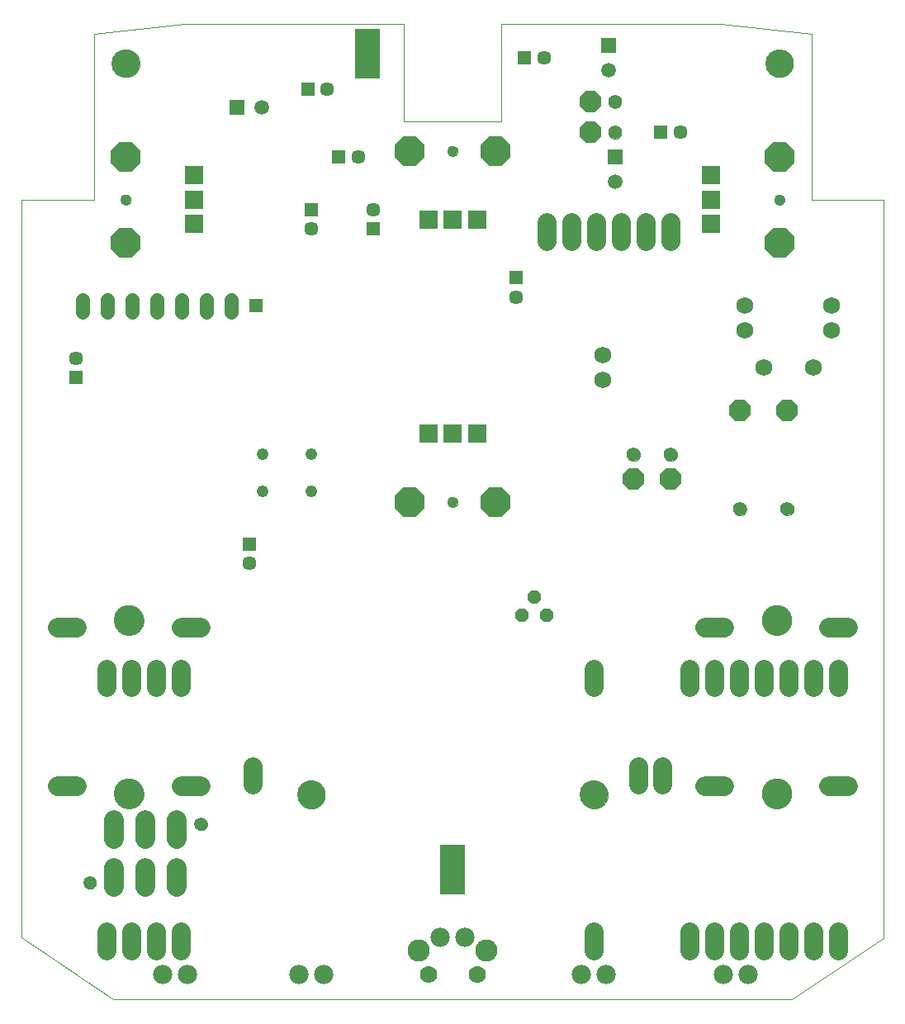
<source format=gbs>
G04 EAGLE Gerber RS-274X export*
G75*
%MOMM*%
%FSLAX34Y34*%
%LPD*%
%INSolder Mask bottom*%
%IPPOS*%
%AMOC8*
5,1,8,0,0,1.08239X$1,22.5*%
G01*
%ADD10C,0.000000*%
%ADD11R,1.451600X1.451600*%
%ADD12C,1.451600*%
%ADD13C,1.752600*%
%ADD14C,1.244600*%
%ADD15C,1.509600*%
%ADD16R,1.509600X1.509600*%
%ADD17C,1.981200*%
%ADD18R,1.981200X1.981200*%
%ADD19P,3.357141X8X22.500000*%
%ADD20C,1.101600*%
%ADD21R,1.422400X1.422400*%
%ADD22C,1.422400*%
%ADD23P,3.357141X8X112.500000*%
%ADD24P,3.357141X8X202.500000*%
%ADD25P,3.357141X8X292.500000*%
%ADD26C,2.051600*%
%ADD27C,3.101600*%
%ADD28P,2.446851X8X22.500000*%
%ADD29C,1.351600*%
%ADD30C,2.286000*%
%ADD31C,1.778000*%
%ADD32C,1.981200*%
%ADD33C,2.901600*%
%ADD34R,2.641600X5.181600*%
%ADD35P,1.539592X8X22.500000*%
%ADD36C,1.401600*%
%ADD37P,2.446851X8X202.500000*%


D10*
X33000Y63500D02*
X127000Y0D01*
X843000Y820000D02*
X917000Y820000D01*
X843000Y820000D02*
X843000Y990000D01*
X750000Y1000000D01*
X525000Y1000000D01*
X525000Y900000D01*
X425000Y900000D01*
X425000Y1000000D01*
X200000Y1000000D01*
X107000Y990000D01*
X107000Y820000D01*
X33000Y820000D01*
X127000Y0D02*
X823000Y0D01*
X917000Y63000D01*
X917000Y820000D01*
X33000Y820000D02*
X33000Y63500D01*
D11*
X88900Y637700D03*
D12*
X88900Y657700D03*
D11*
X393700Y790100D03*
D12*
X393700Y810100D03*
D11*
X330200Y810100D03*
D12*
X330200Y790100D03*
D13*
X628650Y635000D03*
X628650Y660400D03*
D11*
X358300Y863600D03*
D12*
X378300Y863600D03*
D14*
X329800Y520700D03*
X279800Y520700D03*
D11*
X326550Y933450D03*
D12*
X346550Y933450D03*
D15*
X279400Y914400D03*
D16*
X254000Y914400D03*
D17*
X571500Y796798D02*
X571500Y778002D01*
X596900Y778002D02*
X596900Y796798D01*
X622300Y796798D02*
X622300Y778002D01*
X647700Y778002D02*
X647700Y796798D01*
X673100Y796798D02*
X673100Y778002D01*
X698500Y778002D02*
X698500Y796798D01*
D18*
X210000Y845000D03*
X210000Y820000D03*
X210000Y795000D03*
D19*
X140000Y864000D03*
X140000Y776000D03*
D10*
X135000Y820000D02*
X135002Y820141D01*
X135008Y820282D01*
X135018Y820422D01*
X135032Y820562D01*
X135050Y820702D01*
X135071Y820841D01*
X135097Y820980D01*
X135126Y821118D01*
X135160Y821254D01*
X135197Y821390D01*
X135238Y821525D01*
X135283Y821659D01*
X135332Y821791D01*
X135384Y821922D01*
X135440Y822051D01*
X135500Y822178D01*
X135563Y822304D01*
X135629Y822428D01*
X135700Y822551D01*
X135773Y822671D01*
X135850Y822789D01*
X135930Y822905D01*
X136014Y823018D01*
X136100Y823129D01*
X136190Y823238D01*
X136283Y823344D01*
X136378Y823447D01*
X136477Y823548D01*
X136578Y823646D01*
X136682Y823741D01*
X136789Y823833D01*
X136898Y823922D01*
X137010Y824007D01*
X137124Y824090D01*
X137240Y824170D01*
X137359Y824246D01*
X137480Y824318D01*
X137602Y824388D01*
X137727Y824453D01*
X137853Y824516D01*
X137981Y824574D01*
X138111Y824629D01*
X138242Y824681D01*
X138375Y824728D01*
X138509Y824772D01*
X138644Y824813D01*
X138780Y824849D01*
X138917Y824881D01*
X139055Y824910D01*
X139193Y824935D01*
X139333Y824955D01*
X139473Y824972D01*
X139613Y824985D01*
X139754Y824994D01*
X139894Y824999D01*
X140035Y825000D01*
X140176Y824997D01*
X140317Y824990D01*
X140457Y824979D01*
X140597Y824964D01*
X140737Y824945D01*
X140876Y824923D01*
X141014Y824896D01*
X141152Y824866D01*
X141288Y824831D01*
X141424Y824793D01*
X141558Y824751D01*
X141692Y824705D01*
X141824Y824656D01*
X141954Y824602D01*
X142083Y824545D01*
X142210Y824485D01*
X142336Y824421D01*
X142459Y824353D01*
X142581Y824282D01*
X142701Y824208D01*
X142818Y824130D01*
X142933Y824049D01*
X143046Y823965D01*
X143157Y823878D01*
X143265Y823787D01*
X143370Y823694D01*
X143473Y823597D01*
X143573Y823498D01*
X143670Y823396D01*
X143764Y823291D01*
X143855Y823184D01*
X143943Y823074D01*
X144028Y822962D01*
X144110Y822847D01*
X144189Y822730D01*
X144264Y822611D01*
X144336Y822490D01*
X144404Y822367D01*
X144469Y822242D01*
X144531Y822115D01*
X144588Y821986D01*
X144643Y821856D01*
X144693Y821725D01*
X144740Y821592D01*
X144783Y821458D01*
X144822Y821322D01*
X144857Y821186D01*
X144889Y821049D01*
X144916Y820911D01*
X144940Y820772D01*
X144960Y820632D01*
X144976Y820492D01*
X144988Y820352D01*
X144996Y820211D01*
X145000Y820070D01*
X145000Y819930D01*
X144996Y819789D01*
X144988Y819648D01*
X144976Y819508D01*
X144960Y819368D01*
X144940Y819228D01*
X144916Y819089D01*
X144889Y818951D01*
X144857Y818814D01*
X144822Y818678D01*
X144783Y818542D01*
X144740Y818408D01*
X144693Y818275D01*
X144643Y818144D01*
X144588Y818014D01*
X144531Y817885D01*
X144469Y817758D01*
X144404Y817633D01*
X144336Y817510D01*
X144264Y817389D01*
X144189Y817270D01*
X144110Y817153D01*
X144028Y817038D01*
X143943Y816926D01*
X143855Y816816D01*
X143764Y816709D01*
X143670Y816604D01*
X143573Y816502D01*
X143473Y816403D01*
X143370Y816306D01*
X143265Y816213D01*
X143157Y816122D01*
X143046Y816035D01*
X142933Y815951D01*
X142818Y815870D01*
X142701Y815792D01*
X142581Y815718D01*
X142459Y815647D01*
X142336Y815579D01*
X142210Y815515D01*
X142083Y815455D01*
X141954Y815398D01*
X141824Y815344D01*
X141692Y815295D01*
X141558Y815249D01*
X141424Y815207D01*
X141288Y815169D01*
X141152Y815134D01*
X141014Y815104D01*
X140876Y815077D01*
X140737Y815055D01*
X140597Y815036D01*
X140457Y815021D01*
X140317Y815010D01*
X140176Y815003D01*
X140035Y815000D01*
X139894Y815001D01*
X139754Y815006D01*
X139613Y815015D01*
X139473Y815028D01*
X139333Y815045D01*
X139193Y815065D01*
X139055Y815090D01*
X138917Y815119D01*
X138780Y815151D01*
X138644Y815187D01*
X138509Y815228D01*
X138375Y815272D01*
X138242Y815319D01*
X138111Y815371D01*
X137981Y815426D01*
X137853Y815484D01*
X137727Y815547D01*
X137602Y815612D01*
X137480Y815682D01*
X137359Y815754D01*
X137240Y815830D01*
X137124Y815910D01*
X137010Y815993D01*
X136898Y816078D01*
X136789Y816167D01*
X136682Y816259D01*
X136578Y816354D01*
X136477Y816452D01*
X136378Y816553D01*
X136283Y816656D01*
X136190Y816762D01*
X136100Y816871D01*
X136014Y816982D01*
X135930Y817095D01*
X135850Y817211D01*
X135773Y817329D01*
X135700Y817449D01*
X135629Y817572D01*
X135563Y817696D01*
X135500Y817822D01*
X135440Y817949D01*
X135384Y818078D01*
X135332Y818209D01*
X135283Y818341D01*
X135238Y818475D01*
X135197Y818610D01*
X135160Y818746D01*
X135126Y818882D01*
X135097Y819020D01*
X135071Y819159D01*
X135050Y819298D01*
X135032Y819438D01*
X135018Y819578D01*
X135008Y819718D01*
X135002Y819859D01*
X135000Y820000D01*
D20*
X140000Y820000D03*
D21*
X273050Y711200D03*
D22*
X247650Y717804D02*
X247650Y704596D01*
X222250Y704596D02*
X222250Y717804D01*
X196850Y717804D02*
X196850Y704596D01*
X171450Y704596D02*
X171450Y717804D01*
X146050Y717804D02*
X146050Y704596D01*
X120650Y704596D02*
X120650Y717804D01*
X95250Y717804D02*
X95250Y704596D01*
D13*
X793750Y647700D03*
X844550Y647700D03*
D18*
X450000Y580000D03*
X475000Y580000D03*
X500000Y580000D03*
D23*
X431000Y510000D03*
X519000Y510000D03*
D10*
X470000Y510000D02*
X470002Y510141D01*
X470008Y510282D01*
X470018Y510422D01*
X470032Y510562D01*
X470050Y510702D01*
X470071Y510841D01*
X470097Y510980D01*
X470126Y511118D01*
X470160Y511254D01*
X470197Y511390D01*
X470238Y511525D01*
X470283Y511659D01*
X470332Y511791D01*
X470384Y511922D01*
X470440Y512051D01*
X470500Y512178D01*
X470563Y512304D01*
X470629Y512428D01*
X470700Y512551D01*
X470773Y512671D01*
X470850Y512789D01*
X470930Y512905D01*
X471014Y513018D01*
X471100Y513129D01*
X471190Y513238D01*
X471283Y513344D01*
X471378Y513447D01*
X471477Y513548D01*
X471578Y513646D01*
X471682Y513741D01*
X471789Y513833D01*
X471898Y513922D01*
X472010Y514007D01*
X472124Y514090D01*
X472240Y514170D01*
X472359Y514246D01*
X472480Y514318D01*
X472602Y514388D01*
X472727Y514453D01*
X472853Y514516D01*
X472981Y514574D01*
X473111Y514629D01*
X473242Y514681D01*
X473375Y514728D01*
X473509Y514772D01*
X473644Y514813D01*
X473780Y514849D01*
X473917Y514881D01*
X474055Y514910D01*
X474193Y514935D01*
X474333Y514955D01*
X474473Y514972D01*
X474613Y514985D01*
X474754Y514994D01*
X474894Y514999D01*
X475035Y515000D01*
X475176Y514997D01*
X475317Y514990D01*
X475457Y514979D01*
X475597Y514964D01*
X475737Y514945D01*
X475876Y514923D01*
X476014Y514896D01*
X476152Y514866D01*
X476288Y514831D01*
X476424Y514793D01*
X476558Y514751D01*
X476692Y514705D01*
X476824Y514656D01*
X476954Y514602D01*
X477083Y514545D01*
X477210Y514485D01*
X477336Y514421D01*
X477459Y514353D01*
X477581Y514282D01*
X477701Y514208D01*
X477818Y514130D01*
X477933Y514049D01*
X478046Y513965D01*
X478157Y513878D01*
X478265Y513787D01*
X478370Y513694D01*
X478473Y513597D01*
X478573Y513498D01*
X478670Y513396D01*
X478764Y513291D01*
X478855Y513184D01*
X478943Y513074D01*
X479028Y512962D01*
X479110Y512847D01*
X479189Y512730D01*
X479264Y512611D01*
X479336Y512490D01*
X479404Y512367D01*
X479469Y512242D01*
X479531Y512115D01*
X479588Y511986D01*
X479643Y511856D01*
X479693Y511725D01*
X479740Y511592D01*
X479783Y511458D01*
X479822Y511322D01*
X479857Y511186D01*
X479889Y511049D01*
X479916Y510911D01*
X479940Y510772D01*
X479960Y510632D01*
X479976Y510492D01*
X479988Y510352D01*
X479996Y510211D01*
X480000Y510070D01*
X480000Y509930D01*
X479996Y509789D01*
X479988Y509648D01*
X479976Y509508D01*
X479960Y509368D01*
X479940Y509228D01*
X479916Y509089D01*
X479889Y508951D01*
X479857Y508814D01*
X479822Y508678D01*
X479783Y508542D01*
X479740Y508408D01*
X479693Y508275D01*
X479643Y508144D01*
X479588Y508014D01*
X479531Y507885D01*
X479469Y507758D01*
X479404Y507633D01*
X479336Y507510D01*
X479264Y507389D01*
X479189Y507270D01*
X479110Y507153D01*
X479028Y507038D01*
X478943Y506926D01*
X478855Y506816D01*
X478764Y506709D01*
X478670Y506604D01*
X478573Y506502D01*
X478473Y506403D01*
X478370Y506306D01*
X478265Y506213D01*
X478157Y506122D01*
X478046Y506035D01*
X477933Y505951D01*
X477818Y505870D01*
X477701Y505792D01*
X477581Y505718D01*
X477459Y505647D01*
X477336Y505579D01*
X477210Y505515D01*
X477083Y505455D01*
X476954Y505398D01*
X476824Y505344D01*
X476692Y505295D01*
X476558Y505249D01*
X476424Y505207D01*
X476288Y505169D01*
X476152Y505134D01*
X476014Y505104D01*
X475876Y505077D01*
X475737Y505055D01*
X475597Y505036D01*
X475457Y505021D01*
X475317Y505010D01*
X475176Y505003D01*
X475035Y505000D01*
X474894Y505001D01*
X474754Y505006D01*
X474613Y505015D01*
X474473Y505028D01*
X474333Y505045D01*
X474193Y505065D01*
X474055Y505090D01*
X473917Y505119D01*
X473780Y505151D01*
X473644Y505187D01*
X473509Y505228D01*
X473375Y505272D01*
X473242Y505319D01*
X473111Y505371D01*
X472981Y505426D01*
X472853Y505484D01*
X472727Y505547D01*
X472602Y505612D01*
X472480Y505682D01*
X472359Y505754D01*
X472240Y505830D01*
X472124Y505910D01*
X472010Y505993D01*
X471898Y506078D01*
X471789Y506167D01*
X471682Y506259D01*
X471578Y506354D01*
X471477Y506452D01*
X471378Y506553D01*
X471283Y506656D01*
X471190Y506762D01*
X471100Y506871D01*
X471014Y506982D01*
X470930Y507095D01*
X470850Y507211D01*
X470773Y507329D01*
X470700Y507449D01*
X470629Y507572D01*
X470563Y507696D01*
X470500Y507822D01*
X470440Y507949D01*
X470384Y508078D01*
X470332Y508209D01*
X470283Y508341D01*
X470238Y508475D01*
X470197Y508610D01*
X470160Y508746D01*
X470126Y508882D01*
X470097Y509020D01*
X470071Y509159D01*
X470050Y509298D01*
X470032Y509438D01*
X470018Y509578D01*
X470008Y509718D01*
X470002Y509859D01*
X470000Y510000D01*
D20*
X475000Y510000D03*
D18*
X740000Y795000D03*
X740000Y820000D03*
X740000Y845000D03*
D24*
X810000Y776000D03*
X810000Y864000D03*
D10*
X805000Y820000D02*
X805002Y820141D01*
X805008Y820282D01*
X805018Y820422D01*
X805032Y820562D01*
X805050Y820702D01*
X805071Y820841D01*
X805097Y820980D01*
X805126Y821118D01*
X805160Y821254D01*
X805197Y821390D01*
X805238Y821525D01*
X805283Y821659D01*
X805332Y821791D01*
X805384Y821922D01*
X805440Y822051D01*
X805500Y822178D01*
X805563Y822304D01*
X805629Y822428D01*
X805700Y822551D01*
X805773Y822671D01*
X805850Y822789D01*
X805930Y822905D01*
X806014Y823018D01*
X806100Y823129D01*
X806190Y823238D01*
X806283Y823344D01*
X806378Y823447D01*
X806477Y823548D01*
X806578Y823646D01*
X806682Y823741D01*
X806789Y823833D01*
X806898Y823922D01*
X807010Y824007D01*
X807124Y824090D01*
X807240Y824170D01*
X807359Y824246D01*
X807480Y824318D01*
X807602Y824388D01*
X807727Y824453D01*
X807853Y824516D01*
X807981Y824574D01*
X808111Y824629D01*
X808242Y824681D01*
X808375Y824728D01*
X808509Y824772D01*
X808644Y824813D01*
X808780Y824849D01*
X808917Y824881D01*
X809055Y824910D01*
X809193Y824935D01*
X809333Y824955D01*
X809473Y824972D01*
X809613Y824985D01*
X809754Y824994D01*
X809894Y824999D01*
X810035Y825000D01*
X810176Y824997D01*
X810317Y824990D01*
X810457Y824979D01*
X810597Y824964D01*
X810737Y824945D01*
X810876Y824923D01*
X811014Y824896D01*
X811152Y824866D01*
X811288Y824831D01*
X811424Y824793D01*
X811558Y824751D01*
X811692Y824705D01*
X811824Y824656D01*
X811954Y824602D01*
X812083Y824545D01*
X812210Y824485D01*
X812336Y824421D01*
X812459Y824353D01*
X812581Y824282D01*
X812701Y824208D01*
X812818Y824130D01*
X812933Y824049D01*
X813046Y823965D01*
X813157Y823878D01*
X813265Y823787D01*
X813370Y823694D01*
X813473Y823597D01*
X813573Y823498D01*
X813670Y823396D01*
X813764Y823291D01*
X813855Y823184D01*
X813943Y823074D01*
X814028Y822962D01*
X814110Y822847D01*
X814189Y822730D01*
X814264Y822611D01*
X814336Y822490D01*
X814404Y822367D01*
X814469Y822242D01*
X814531Y822115D01*
X814588Y821986D01*
X814643Y821856D01*
X814693Y821725D01*
X814740Y821592D01*
X814783Y821458D01*
X814822Y821322D01*
X814857Y821186D01*
X814889Y821049D01*
X814916Y820911D01*
X814940Y820772D01*
X814960Y820632D01*
X814976Y820492D01*
X814988Y820352D01*
X814996Y820211D01*
X815000Y820070D01*
X815000Y819930D01*
X814996Y819789D01*
X814988Y819648D01*
X814976Y819508D01*
X814960Y819368D01*
X814940Y819228D01*
X814916Y819089D01*
X814889Y818951D01*
X814857Y818814D01*
X814822Y818678D01*
X814783Y818542D01*
X814740Y818408D01*
X814693Y818275D01*
X814643Y818144D01*
X814588Y818014D01*
X814531Y817885D01*
X814469Y817758D01*
X814404Y817633D01*
X814336Y817510D01*
X814264Y817389D01*
X814189Y817270D01*
X814110Y817153D01*
X814028Y817038D01*
X813943Y816926D01*
X813855Y816816D01*
X813764Y816709D01*
X813670Y816604D01*
X813573Y816502D01*
X813473Y816403D01*
X813370Y816306D01*
X813265Y816213D01*
X813157Y816122D01*
X813046Y816035D01*
X812933Y815951D01*
X812818Y815870D01*
X812701Y815792D01*
X812581Y815718D01*
X812459Y815647D01*
X812336Y815579D01*
X812210Y815515D01*
X812083Y815455D01*
X811954Y815398D01*
X811824Y815344D01*
X811692Y815295D01*
X811558Y815249D01*
X811424Y815207D01*
X811288Y815169D01*
X811152Y815134D01*
X811014Y815104D01*
X810876Y815077D01*
X810737Y815055D01*
X810597Y815036D01*
X810457Y815021D01*
X810317Y815010D01*
X810176Y815003D01*
X810035Y815000D01*
X809894Y815001D01*
X809754Y815006D01*
X809613Y815015D01*
X809473Y815028D01*
X809333Y815045D01*
X809193Y815065D01*
X809055Y815090D01*
X808917Y815119D01*
X808780Y815151D01*
X808644Y815187D01*
X808509Y815228D01*
X808375Y815272D01*
X808242Y815319D01*
X808111Y815371D01*
X807981Y815426D01*
X807853Y815484D01*
X807727Y815547D01*
X807602Y815612D01*
X807480Y815682D01*
X807359Y815754D01*
X807240Y815830D01*
X807124Y815910D01*
X807010Y815993D01*
X806898Y816078D01*
X806789Y816167D01*
X806682Y816259D01*
X806578Y816354D01*
X806477Y816452D01*
X806378Y816553D01*
X806283Y816656D01*
X806190Y816762D01*
X806100Y816871D01*
X806014Y816982D01*
X805930Y817095D01*
X805850Y817211D01*
X805773Y817329D01*
X805700Y817449D01*
X805629Y817572D01*
X805563Y817696D01*
X805500Y817822D01*
X805440Y817949D01*
X805384Y818078D01*
X805332Y818209D01*
X805283Y818341D01*
X805238Y818475D01*
X805197Y818610D01*
X805160Y818746D01*
X805126Y818882D01*
X805097Y819020D01*
X805071Y819159D01*
X805050Y819298D01*
X805032Y819438D01*
X805018Y819578D01*
X805008Y819718D01*
X805002Y819859D01*
X805000Y820000D01*
D20*
X810000Y820000D03*
D18*
X500000Y800000D03*
X475000Y800000D03*
X450000Y800000D03*
D25*
X519000Y870000D03*
X431000Y870000D03*
D10*
X470000Y870000D02*
X470002Y870141D01*
X470008Y870282D01*
X470018Y870422D01*
X470032Y870562D01*
X470050Y870702D01*
X470071Y870841D01*
X470097Y870980D01*
X470126Y871118D01*
X470160Y871254D01*
X470197Y871390D01*
X470238Y871525D01*
X470283Y871659D01*
X470332Y871791D01*
X470384Y871922D01*
X470440Y872051D01*
X470500Y872178D01*
X470563Y872304D01*
X470629Y872428D01*
X470700Y872551D01*
X470773Y872671D01*
X470850Y872789D01*
X470930Y872905D01*
X471014Y873018D01*
X471100Y873129D01*
X471190Y873238D01*
X471283Y873344D01*
X471378Y873447D01*
X471477Y873548D01*
X471578Y873646D01*
X471682Y873741D01*
X471789Y873833D01*
X471898Y873922D01*
X472010Y874007D01*
X472124Y874090D01*
X472240Y874170D01*
X472359Y874246D01*
X472480Y874318D01*
X472602Y874388D01*
X472727Y874453D01*
X472853Y874516D01*
X472981Y874574D01*
X473111Y874629D01*
X473242Y874681D01*
X473375Y874728D01*
X473509Y874772D01*
X473644Y874813D01*
X473780Y874849D01*
X473917Y874881D01*
X474055Y874910D01*
X474193Y874935D01*
X474333Y874955D01*
X474473Y874972D01*
X474613Y874985D01*
X474754Y874994D01*
X474894Y874999D01*
X475035Y875000D01*
X475176Y874997D01*
X475317Y874990D01*
X475457Y874979D01*
X475597Y874964D01*
X475737Y874945D01*
X475876Y874923D01*
X476014Y874896D01*
X476152Y874866D01*
X476288Y874831D01*
X476424Y874793D01*
X476558Y874751D01*
X476692Y874705D01*
X476824Y874656D01*
X476954Y874602D01*
X477083Y874545D01*
X477210Y874485D01*
X477336Y874421D01*
X477459Y874353D01*
X477581Y874282D01*
X477701Y874208D01*
X477818Y874130D01*
X477933Y874049D01*
X478046Y873965D01*
X478157Y873878D01*
X478265Y873787D01*
X478370Y873694D01*
X478473Y873597D01*
X478573Y873498D01*
X478670Y873396D01*
X478764Y873291D01*
X478855Y873184D01*
X478943Y873074D01*
X479028Y872962D01*
X479110Y872847D01*
X479189Y872730D01*
X479264Y872611D01*
X479336Y872490D01*
X479404Y872367D01*
X479469Y872242D01*
X479531Y872115D01*
X479588Y871986D01*
X479643Y871856D01*
X479693Y871725D01*
X479740Y871592D01*
X479783Y871458D01*
X479822Y871322D01*
X479857Y871186D01*
X479889Y871049D01*
X479916Y870911D01*
X479940Y870772D01*
X479960Y870632D01*
X479976Y870492D01*
X479988Y870352D01*
X479996Y870211D01*
X480000Y870070D01*
X480000Y869930D01*
X479996Y869789D01*
X479988Y869648D01*
X479976Y869508D01*
X479960Y869368D01*
X479940Y869228D01*
X479916Y869089D01*
X479889Y868951D01*
X479857Y868814D01*
X479822Y868678D01*
X479783Y868542D01*
X479740Y868408D01*
X479693Y868275D01*
X479643Y868144D01*
X479588Y868014D01*
X479531Y867885D01*
X479469Y867758D01*
X479404Y867633D01*
X479336Y867510D01*
X479264Y867389D01*
X479189Y867270D01*
X479110Y867153D01*
X479028Y867038D01*
X478943Y866926D01*
X478855Y866816D01*
X478764Y866709D01*
X478670Y866604D01*
X478573Y866502D01*
X478473Y866403D01*
X478370Y866306D01*
X478265Y866213D01*
X478157Y866122D01*
X478046Y866035D01*
X477933Y865951D01*
X477818Y865870D01*
X477701Y865792D01*
X477581Y865718D01*
X477459Y865647D01*
X477336Y865579D01*
X477210Y865515D01*
X477083Y865455D01*
X476954Y865398D01*
X476824Y865344D01*
X476692Y865295D01*
X476558Y865249D01*
X476424Y865207D01*
X476288Y865169D01*
X476152Y865134D01*
X476014Y865104D01*
X475876Y865077D01*
X475737Y865055D01*
X475597Y865036D01*
X475457Y865021D01*
X475317Y865010D01*
X475176Y865003D01*
X475035Y865000D01*
X474894Y865001D01*
X474754Y865006D01*
X474613Y865015D01*
X474473Y865028D01*
X474333Y865045D01*
X474193Y865065D01*
X474055Y865090D01*
X473917Y865119D01*
X473780Y865151D01*
X473644Y865187D01*
X473509Y865228D01*
X473375Y865272D01*
X473242Y865319D01*
X473111Y865371D01*
X472981Y865426D01*
X472853Y865484D01*
X472727Y865547D01*
X472602Y865612D01*
X472480Y865682D01*
X472359Y865754D01*
X472240Y865830D01*
X472124Y865910D01*
X472010Y865993D01*
X471898Y866078D01*
X471789Y866167D01*
X471682Y866259D01*
X471578Y866354D01*
X471477Y866452D01*
X471378Y866553D01*
X471283Y866656D01*
X471190Y866762D01*
X471100Y866871D01*
X471014Y866982D01*
X470930Y867095D01*
X470850Y867211D01*
X470773Y867329D01*
X470700Y867449D01*
X470629Y867572D01*
X470563Y867696D01*
X470500Y867822D01*
X470440Y867949D01*
X470384Y868078D01*
X470332Y868209D01*
X470283Y868341D01*
X470238Y868475D01*
X470197Y868610D01*
X470160Y868746D01*
X470126Y868882D01*
X470097Y869020D01*
X470071Y869159D01*
X470050Y869298D01*
X470032Y869438D01*
X470018Y869578D01*
X470008Y869718D01*
X470002Y869859D01*
X470000Y870000D01*
D20*
X475000Y870000D03*
D26*
X89250Y218850D02*
X69750Y218850D01*
X69750Y381150D02*
X89250Y381150D01*
X196750Y218850D02*
X216250Y218850D01*
X216250Y381150D02*
X196750Y381150D01*
D10*
X128000Y211100D02*
X128005Y211468D01*
X128018Y211836D01*
X128041Y212203D01*
X128072Y212570D01*
X128113Y212936D01*
X128162Y213301D01*
X128221Y213664D01*
X128288Y214026D01*
X128364Y214387D01*
X128450Y214745D01*
X128543Y215101D01*
X128646Y215454D01*
X128757Y215805D01*
X128877Y216153D01*
X129005Y216498D01*
X129142Y216840D01*
X129287Y217179D01*
X129440Y217513D01*
X129602Y217844D01*
X129771Y218171D01*
X129949Y218493D01*
X130134Y218812D01*
X130327Y219125D01*
X130528Y219434D01*
X130736Y219737D01*
X130952Y220035D01*
X131175Y220328D01*
X131405Y220616D01*
X131642Y220898D01*
X131886Y221173D01*
X132136Y221443D01*
X132393Y221707D01*
X132657Y221964D01*
X132927Y222214D01*
X133202Y222458D01*
X133484Y222695D01*
X133772Y222925D01*
X134065Y223148D01*
X134363Y223364D01*
X134666Y223572D01*
X134975Y223773D01*
X135288Y223966D01*
X135607Y224151D01*
X135929Y224329D01*
X136256Y224498D01*
X136587Y224660D01*
X136921Y224813D01*
X137260Y224958D01*
X137602Y225095D01*
X137947Y225223D01*
X138295Y225343D01*
X138646Y225454D01*
X138999Y225557D01*
X139355Y225650D01*
X139713Y225736D01*
X140074Y225812D01*
X140436Y225879D01*
X140799Y225938D01*
X141164Y225987D01*
X141530Y226028D01*
X141897Y226059D01*
X142264Y226082D01*
X142632Y226095D01*
X143000Y226100D01*
X143368Y226095D01*
X143736Y226082D01*
X144103Y226059D01*
X144470Y226028D01*
X144836Y225987D01*
X145201Y225938D01*
X145564Y225879D01*
X145926Y225812D01*
X146287Y225736D01*
X146645Y225650D01*
X147001Y225557D01*
X147354Y225454D01*
X147705Y225343D01*
X148053Y225223D01*
X148398Y225095D01*
X148740Y224958D01*
X149079Y224813D01*
X149413Y224660D01*
X149744Y224498D01*
X150071Y224329D01*
X150393Y224151D01*
X150712Y223966D01*
X151025Y223773D01*
X151334Y223572D01*
X151637Y223364D01*
X151935Y223148D01*
X152228Y222925D01*
X152516Y222695D01*
X152798Y222458D01*
X153073Y222214D01*
X153343Y221964D01*
X153607Y221707D01*
X153864Y221443D01*
X154114Y221173D01*
X154358Y220898D01*
X154595Y220616D01*
X154825Y220328D01*
X155048Y220035D01*
X155264Y219737D01*
X155472Y219434D01*
X155673Y219125D01*
X155866Y218812D01*
X156051Y218493D01*
X156229Y218171D01*
X156398Y217844D01*
X156560Y217513D01*
X156713Y217179D01*
X156858Y216840D01*
X156995Y216498D01*
X157123Y216153D01*
X157243Y215805D01*
X157354Y215454D01*
X157457Y215101D01*
X157550Y214745D01*
X157636Y214387D01*
X157712Y214026D01*
X157779Y213664D01*
X157838Y213301D01*
X157887Y212936D01*
X157928Y212570D01*
X157959Y212203D01*
X157982Y211836D01*
X157995Y211468D01*
X158000Y211100D01*
X157995Y210732D01*
X157982Y210364D01*
X157959Y209997D01*
X157928Y209630D01*
X157887Y209264D01*
X157838Y208899D01*
X157779Y208536D01*
X157712Y208174D01*
X157636Y207813D01*
X157550Y207455D01*
X157457Y207099D01*
X157354Y206746D01*
X157243Y206395D01*
X157123Y206047D01*
X156995Y205702D01*
X156858Y205360D01*
X156713Y205021D01*
X156560Y204687D01*
X156398Y204356D01*
X156229Y204029D01*
X156051Y203707D01*
X155866Y203388D01*
X155673Y203075D01*
X155472Y202766D01*
X155264Y202463D01*
X155048Y202165D01*
X154825Y201872D01*
X154595Y201584D01*
X154358Y201302D01*
X154114Y201027D01*
X153864Y200757D01*
X153607Y200493D01*
X153343Y200236D01*
X153073Y199986D01*
X152798Y199742D01*
X152516Y199505D01*
X152228Y199275D01*
X151935Y199052D01*
X151637Y198836D01*
X151334Y198628D01*
X151025Y198427D01*
X150712Y198234D01*
X150393Y198049D01*
X150071Y197871D01*
X149744Y197702D01*
X149413Y197540D01*
X149079Y197387D01*
X148740Y197242D01*
X148398Y197105D01*
X148053Y196977D01*
X147705Y196857D01*
X147354Y196746D01*
X147001Y196643D01*
X146645Y196550D01*
X146287Y196464D01*
X145926Y196388D01*
X145564Y196321D01*
X145201Y196262D01*
X144836Y196213D01*
X144470Y196172D01*
X144103Y196141D01*
X143736Y196118D01*
X143368Y196105D01*
X143000Y196100D01*
X142632Y196105D01*
X142264Y196118D01*
X141897Y196141D01*
X141530Y196172D01*
X141164Y196213D01*
X140799Y196262D01*
X140436Y196321D01*
X140074Y196388D01*
X139713Y196464D01*
X139355Y196550D01*
X138999Y196643D01*
X138646Y196746D01*
X138295Y196857D01*
X137947Y196977D01*
X137602Y197105D01*
X137260Y197242D01*
X136921Y197387D01*
X136587Y197540D01*
X136256Y197702D01*
X135929Y197871D01*
X135607Y198049D01*
X135288Y198234D01*
X134975Y198427D01*
X134666Y198628D01*
X134363Y198836D01*
X134065Y199052D01*
X133772Y199275D01*
X133484Y199505D01*
X133202Y199742D01*
X132927Y199986D01*
X132657Y200236D01*
X132393Y200493D01*
X132136Y200757D01*
X131886Y201027D01*
X131642Y201302D01*
X131405Y201584D01*
X131175Y201872D01*
X130952Y202165D01*
X130736Y202463D01*
X130528Y202766D01*
X130327Y203075D01*
X130134Y203388D01*
X129949Y203707D01*
X129771Y204029D01*
X129602Y204356D01*
X129440Y204687D01*
X129287Y205021D01*
X129142Y205360D01*
X129005Y205702D01*
X128877Y206047D01*
X128757Y206395D01*
X128646Y206746D01*
X128543Y207099D01*
X128450Y207455D01*
X128364Y207813D01*
X128288Y208174D01*
X128221Y208536D01*
X128162Y208899D01*
X128113Y209264D01*
X128072Y209630D01*
X128041Y209997D01*
X128018Y210364D01*
X128005Y210732D01*
X128000Y211100D01*
D27*
X143000Y211100D03*
D10*
X128000Y388900D02*
X128005Y389268D01*
X128018Y389636D01*
X128041Y390003D01*
X128072Y390370D01*
X128113Y390736D01*
X128162Y391101D01*
X128221Y391464D01*
X128288Y391826D01*
X128364Y392187D01*
X128450Y392545D01*
X128543Y392901D01*
X128646Y393254D01*
X128757Y393605D01*
X128877Y393953D01*
X129005Y394298D01*
X129142Y394640D01*
X129287Y394979D01*
X129440Y395313D01*
X129602Y395644D01*
X129771Y395971D01*
X129949Y396293D01*
X130134Y396612D01*
X130327Y396925D01*
X130528Y397234D01*
X130736Y397537D01*
X130952Y397835D01*
X131175Y398128D01*
X131405Y398416D01*
X131642Y398698D01*
X131886Y398973D01*
X132136Y399243D01*
X132393Y399507D01*
X132657Y399764D01*
X132927Y400014D01*
X133202Y400258D01*
X133484Y400495D01*
X133772Y400725D01*
X134065Y400948D01*
X134363Y401164D01*
X134666Y401372D01*
X134975Y401573D01*
X135288Y401766D01*
X135607Y401951D01*
X135929Y402129D01*
X136256Y402298D01*
X136587Y402460D01*
X136921Y402613D01*
X137260Y402758D01*
X137602Y402895D01*
X137947Y403023D01*
X138295Y403143D01*
X138646Y403254D01*
X138999Y403357D01*
X139355Y403450D01*
X139713Y403536D01*
X140074Y403612D01*
X140436Y403679D01*
X140799Y403738D01*
X141164Y403787D01*
X141530Y403828D01*
X141897Y403859D01*
X142264Y403882D01*
X142632Y403895D01*
X143000Y403900D01*
X143368Y403895D01*
X143736Y403882D01*
X144103Y403859D01*
X144470Y403828D01*
X144836Y403787D01*
X145201Y403738D01*
X145564Y403679D01*
X145926Y403612D01*
X146287Y403536D01*
X146645Y403450D01*
X147001Y403357D01*
X147354Y403254D01*
X147705Y403143D01*
X148053Y403023D01*
X148398Y402895D01*
X148740Y402758D01*
X149079Y402613D01*
X149413Y402460D01*
X149744Y402298D01*
X150071Y402129D01*
X150393Y401951D01*
X150712Y401766D01*
X151025Y401573D01*
X151334Y401372D01*
X151637Y401164D01*
X151935Y400948D01*
X152228Y400725D01*
X152516Y400495D01*
X152798Y400258D01*
X153073Y400014D01*
X153343Y399764D01*
X153607Y399507D01*
X153864Y399243D01*
X154114Y398973D01*
X154358Y398698D01*
X154595Y398416D01*
X154825Y398128D01*
X155048Y397835D01*
X155264Y397537D01*
X155472Y397234D01*
X155673Y396925D01*
X155866Y396612D01*
X156051Y396293D01*
X156229Y395971D01*
X156398Y395644D01*
X156560Y395313D01*
X156713Y394979D01*
X156858Y394640D01*
X156995Y394298D01*
X157123Y393953D01*
X157243Y393605D01*
X157354Y393254D01*
X157457Y392901D01*
X157550Y392545D01*
X157636Y392187D01*
X157712Y391826D01*
X157779Y391464D01*
X157838Y391101D01*
X157887Y390736D01*
X157928Y390370D01*
X157959Y390003D01*
X157982Y389636D01*
X157995Y389268D01*
X158000Y388900D01*
X157995Y388532D01*
X157982Y388164D01*
X157959Y387797D01*
X157928Y387430D01*
X157887Y387064D01*
X157838Y386699D01*
X157779Y386336D01*
X157712Y385974D01*
X157636Y385613D01*
X157550Y385255D01*
X157457Y384899D01*
X157354Y384546D01*
X157243Y384195D01*
X157123Y383847D01*
X156995Y383502D01*
X156858Y383160D01*
X156713Y382821D01*
X156560Y382487D01*
X156398Y382156D01*
X156229Y381829D01*
X156051Y381507D01*
X155866Y381188D01*
X155673Y380875D01*
X155472Y380566D01*
X155264Y380263D01*
X155048Y379965D01*
X154825Y379672D01*
X154595Y379384D01*
X154358Y379102D01*
X154114Y378827D01*
X153864Y378557D01*
X153607Y378293D01*
X153343Y378036D01*
X153073Y377786D01*
X152798Y377542D01*
X152516Y377305D01*
X152228Y377075D01*
X151935Y376852D01*
X151637Y376636D01*
X151334Y376428D01*
X151025Y376227D01*
X150712Y376034D01*
X150393Y375849D01*
X150071Y375671D01*
X149744Y375502D01*
X149413Y375340D01*
X149079Y375187D01*
X148740Y375042D01*
X148398Y374905D01*
X148053Y374777D01*
X147705Y374657D01*
X147354Y374546D01*
X147001Y374443D01*
X146645Y374350D01*
X146287Y374264D01*
X145926Y374188D01*
X145564Y374121D01*
X145201Y374062D01*
X144836Y374013D01*
X144470Y373972D01*
X144103Y373941D01*
X143736Y373918D01*
X143368Y373905D01*
X143000Y373900D01*
X142632Y373905D01*
X142264Y373918D01*
X141897Y373941D01*
X141530Y373972D01*
X141164Y374013D01*
X140799Y374062D01*
X140436Y374121D01*
X140074Y374188D01*
X139713Y374264D01*
X139355Y374350D01*
X138999Y374443D01*
X138646Y374546D01*
X138295Y374657D01*
X137947Y374777D01*
X137602Y374905D01*
X137260Y375042D01*
X136921Y375187D01*
X136587Y375340D01*
X136256Y375502D01*
X135929Y375671D01*
X135607Y375849D01*
X135288Y376034D01*
X134975Y376227D01*
X134666Y376428D01*
X134363Y376636D01*
X134065Y376852D01*
X133772Y377075D01*
X133484Y377305D01*
X133202Y377542D01*
X132927Y377786D01*
X132657Y378036D01*
X132393Y378293D01*
X132136Y378557D01*
X131886Y378827D01*
X131642Y379102D01*
X131405Y379384D01*
X131175Y379672D01*
X130952Y379965D01*
X130736Y380263D01*
X130528Y380566D01*
X130327Y380875D01*
X130134Y381188D01*
X129949Y381507D01*
X129771Y381829D01*
X129602Y382156D01*
X129440Y382487D01*
X129287Y382821D01*
X129142Y383160D01*
X129005Y383502D01*
X128877Y383847D01*
X128757Y384195D01*
X128646Y384546D01*
X128543Y384899D01*
X128450Y385255D01*
X128364Y385613D01*
X128288Y385974D01*
X128221Y386336D01*
X128162Y386699D01*
X128113Y387064D01*
X128072Y387430D01*
X128041Y387797D01*
X128018Y388164D01*
X128005Y388532D01*
X128000Y388900D01*
D27*
X143000Y388900D03*
D26*
X860950Y381150D02*
X880450Y381150D01*
X880450Y218850D02*
X860950Y218850D01*
X753450Y381150D02*
X733950Y381150D01*
X733950Y218850D02*
X753450Y218850D01*
D10*
X792200Y388900D02*
X792205Y389268D01*
X792218Y389636D01*
X792241Y390003D01*
X792272Y390370D01*
X792313Y390736D01*
X792362Y391101D01*
X792421Y391464D01*
X792488Y391826D01*
X792564Y392187D01*
X792650Y392545D01*
X792743Y392901D01*
X792846Y393254D01*
X792957Y393605D01*
X793077Y393953D01*
X793205Y394298D01*
X793342Y394640D01*
X793487Y394979D01*
X793640Y395313D01*
X793802Y395644D01*
X793971Y395971D01*
X794149Y396293D01*
X794334Y396612D01*
X794527Y396925D01*
X794728Y397234D01*
X794936Y397537D01*
X795152Y397835D01*
X795375Y398128D01*
X795605Y398416D01*
X795842Y398698D01*
X796086Y398973D01*
X796336Y399243D01*
X796593Y399507D01*
X796857Y399764D01*
X797127Y400014D01*
X797402Y400258D01*
X797684Y400495D01*
X797972Y400725D01*
X798265Y400948D01*
X798563Y401164D01*
X798866Y401372D01*
X799175Y401573D01*
X799488Y401766D01*
X799807Y401951D01*
X800129Y402129D01*
X800456Y402298D01*
X800787Y402460D01*
X801121Y402613D01*
X801460Y402758D01*
X801802Y402895D01*
X802147Y403023D01*
X802495Y403143D01*
X802846Y403254D01*
X803199Y403357D01*
X803555Y403450D01*
X803913Y403536D01*
X804274Y403612D01*
X804636Y403679D01*
X804999Y403738D01*
X805364Y403787D01*
X805730Y403828D01*
X806097Y403859D01*
X806464Y403882D01*
X806832Y403895D01*
X807200Y403900D01*
X807568Y403895D01*
X807936Y403882D01*
X808303Y403859D01*
X808670Y403828D01*
X809036Y403787D01*
X809401Y403738D01*
X809764Y403679D01*
X810126Y403612D01*
X810487Y403536D01*
X810845Y403450D01*
X811201Y403357D01*
X811554Y403254D01*
X811905Y403143D01*
X812253Y403023D01*
X812598Y402895D01*
X812940Y402758D01*
X813279Y402613D01*
X813613Y402460D01*
X813944Y402298D01*
X814271Y402129D01*
X814593Y401951D01*
X814912Y401766D01*
X815225Y401573D01*
X815534Y401372D01*
X815837Y401164D01*
X816135Y400948D01*
X816428Y400725D01*
X816716Y400495D01*
X816998Y400258D01*
X817273Y400014D01*
X817543Y399764D01*
X817807Y399507D01*
X818064Y399243D01*
X818314Y398973D01*
X818558Y398698D01*
X818795Y398416D01*
X819025Y398128D01*
X819248Y397835D01*
X819464Y397537D01*
X819672Y397234D01*
X819873Y396925D01*
X820066Y396612D01*
X820251Y396293D01*
X820429Y395971D01*
X820598Y395644D01*
X820760Y395313D01*
X820913Y394979D01*
X821058Y394640D01*
X821195Y394298D01*
X821323Y393953D01*
X821443Y393605D01*
X821554Y393254D01*
X821657Y392901D01*
X821750Y392545D01*
X821836Y392187D01*
X821912Y391826D01*
X821979Y391464D01*
X822038Y391101D01*
X822087Y390736D01*
X822128Y390370D01*
X822159Y390003D01*
X822182Y389636D01*
X822195Y389268D01*
X822200Y388900D01*
X822195Y388532D01*
X822182Y388164D01*
X822159Y387797D01*
X822128Y387430D01*
X822087Y387064D01*
X822038Y386699D01*
X821979Y386336D01*
X821912Y385974D01*
X821836Y385613D01*
X821750Y385255D01*
X821657Y384899D01*
X821554Y384546D01*
X821443Y384195D01*
X821323Y383847D01*
X821195Y383502D01*
X821058Y383160D01*
X820913Y382821D01*
X820760Y382487D01*
X820598Y382156D01*
X820429Y381829D01*
X820251Y381507D01*
X820066Y381188D01*
X819873Y380875D01*
X819672Y380566D01*
X819464Y380263D01*
X819248Y379965D01*
X819025Y379672D01*
X818795Y379384D01*
X818558Y379102D01*
X818314Y378827D01*
X818064Y378557D01*
X817807Y378293D01*
X817543Y378036D01*
X817273Y377786D01*
X816998Y377542D01*
X816716Y377305D01*
X816428Y377075D01*
X816135Y376852D01*
X815837Y376636D01*
X815534Y376428D01*
X815225Y376227D01*
X814912Y376034D01*
X814593Y375849D01*
X814271Y375671D01*
X813944Y375502D01*
X813613Y375340D01*
X813279Y375187D01*
X812940Y375042D01*
X812598Y374905D01*
X812253Y374777D01*
X811905Y374657D01*
X811554Y374546D01*
X811201Y374443D01*
X810845Y374350D01*
X810487Y374264D01*
X810126Y374188D01*
X809764Y374121D01*
X809401Y374062D01*
X809036Y374013D01*
X808670Y373972D01*
X808303Y373941D01*
X807936Y373918D01*
X807568Y373905D01*
X807200Y373900D01*
X806832Y373905D01*
X806464Y373918D01*
X806097Y373941D01*
X805730Y373972D01*
X805364Y374013D01*
X804999Y374062D01*
X804636Y374121D01*
X804274Y374188D01*
X803913Y374264D01*
X803555Y374350D01*
X803199Y374443D01*
X802846Y374546D01*
X802495Y374657D01*
X802147Y374777D01*
X801802Y374905D01*
X801460Y375042D01*
X801121Y375187D01*
X800787Y375340D01*
X800456Y375502D01*
X800129Y375671D01*
X799807Y375849D01*
X799488Y376034D01*
X799175Y376227D01*
X798866Y376428D01*
X798563Y376636D01*
X798265Y376852D01*
X797972Y377075D01*
X797684Y377305D01*
X797402Y377542D01*
X797127Y377786D01*
X796857Y378036D01*
X796593Y378293D01*
X796336Y378557D01*
X796086Y378827D01*
X795842Y379102D01*
X795605Y379384D01*
X795375Y379672D01*
X795152Y379965D01*
X794936Y380263D01*
X794728Y380566D01*
X794527Y380875D01*
X794334Y381188D01*
X794149Y381507D01*
X793971Y381829D01*
X793802Y382156D01*
X793640Y382487D01*
X793487Y382821D01*
X793342Y383160D01*
X793205Y383502D01*
X793077Y383847D01*
X792957Y384195D01*
X792846Y384546D01*
X792743Y384899D01*
X792650Y385255D01*
X792564Y385613D01*
X792488Y385974D01*
X792421Y386336D01*
X792362Y386699D01*
X792313Y387064D01*
X792272Y387430D01*
X792241Y387797D01*
X792218Y388164D01*
X792205Y388532D01*
X792200Y388900D01*
D27*
X807200Y388900D03*
D10*
X792200Y211100D02*
X792205Y211468D01*
X792218Y211836D01*
X792241Y212203D01*
X792272Y212570D01*
X792313Y212936D01*
X792362Y213301D01*
X792421Y213664D01*
X792488Y214026D01*
X792564Y214387D01*
X792650Y214745D01*
X792743Y215101D01*
X792846Y215454D01*
X792957Y215805D01*
X793077Y216153D01*
X793205Y216498D01*
X793342Y216840D01*
X793487Y217179D01*
X793640Y217513D01*
X793802Y217844D01*
X793971Y218171D01*
X794149Y218493D01*
X794334Y218812D01*
X794527Y219125D01*
X794728Y219434D01*
X794936Y219737D01*
X795152Y220035D01*
X795375Y220328D01*
X795605Y220616D01*
X795842Y220898D01*
X796086Y221173D01*
X796336Y221443D01*
X796593Y221707D01*
X796857Y221964D01*
X797127Y222214D01*
X797402Y222458D01*
X797684Y222695D01*
X797972Y222925D01*
X798265Y223148D01*
X798563Y223364D01*
X798866Y223572D01*
X799175Y223773D01*
X799488Y223966D01*
X799807Y224151D01*
X800129Y224329D01*
X800456Y224498D01*
X800787Y224660D01*
X801121Y224813D01*
X801460Y224958D01*
X801802Y225095D01*
X802147Y225223D01*
X802495Y225343D01*
X802846Y225454D01*
X803199Y225557D01*
X803555Y225650D01*
X803913Y225736D01*
X804274Y225812D01*
X804636Y225879D01*
X804999Y225938D01*
X805364Y225987D01*
X805730Y226028D01*
X806097Y226059D01*
X806464Y226082D01*
X806832Y226095D01*
X807200Y226100D01*
X807568Y226095D01*
X807936Y226082D01*
X808303Y226059D01*
X808670Y226028D01*
X809036Y225987D01*
X809401Y225938D01*
X809764Y225879D01*
X810126Y225812D01*
X810487Y225736D01*
X810845Y225650D01*
X811201Y225557D01*
X811554Y225454D01*
X811905Y225343D01*
X812253Y225223D01*
X812598Y225095D01*
X812940Y224958D01*
X813279Y224813D01*
X813613Y224660D01*
X813944Y224498D01*
X814271Y224329D01*
X814593Y224151D01*
X814912Y223966D01*
X815225Y223773D01*
X815534Y223572D01*
X815837Y223364D01*
X816135Y223148D01*
X816428Y222925D01*
X816716Y222695D01*
X816998Y222458D01*
X817273Y222214D01*
X817543Y221964D01*
X817807Y221707D01*
X818064Y221443D01*
X818314Y221173D01*
X818558Y220898D01*
X818795Y220616D01*
X819025Y220328D01*
X819248Y220035D01*
X819464Y219737D01*
X819672Y219434D01*
X819873Y219125D01*
X820066Y218812D01*
X820251Y218493D01*
X820429Y218171D01*
X820598Y217844D01*
X820760Y217513D01*
X820913Y217179D01*
X821058Y216840D01*
X821195Y216498D01*
X821323Y216153D01*
X821443Y215805D01*
X821554Y215454D01*
X821657Y215101D01*
X821750Y214745D01*
X821836Y214387D01*
X821912Y214026D01*
X821979Y213664D01*
X822038Y213301D01*
X822087Y212936D01*
X822128Y212570D01*
X822159Y212203D01*
X822182Y211836D01*
X822195Y211468D01*
X822200Y211100D01*
X822195Y210732D01*
X822182Y210364D01*
X822159Y209997D01*
X822128Y209630D01*
X822087Y209264D01*
X822038Y208899D01*
X821979Y208536D01*
X821912Y208174D01*
X821836Y207813D01*
X821750Y207455D01*
X821657Y207099D01*
X821554Y206746D01*
X821443Y206395D01*
X821323Y206047D01*
X821195Y205702D01*
X821058Y205360D01*
X820913Y205021D01*
X820760Y204687D01*
X820598Y204356D01*
X820429Y204029D01*
X820251Y203707D01*
X820066Y203388D01*
X819873Y203075D01*
X819672Y202766D01*
X819464Y202463D01*
X819248Y202165D01*
X819025Y201872D01*
X818795Y201584D01*
X818558Y201302D01*
X818314Y201027D01*
X818064Y200757D01*
X817807Y200493D01*
X817543Y200236D01*
X817273Y199986D01*
X816998Y199742D01*
X816716Y199505D01*
X816428Y199275D01*
X816135Y199052D01*
X815837Y198836D01*
X815534Y198628D01*
X815225Y198427D01*
X814912Y198234D01*
X814593Y198049D01*
X814271Y197871D01*
X813944Y197702D01*
X813613Y197540D01*
X813279Y197387D01*
X812940Y197242D01*
X812598Y197105D01*
X812253Y196977D01*
X811905Y196857D01*
X811554Y196746D01*
X811201Y196643D01*
X810845Y196550D01*
X810487Y196464D01*
X810126Y196388D01*
X809764Y196321D01*
X809401Y196262D01*
X809036Y196213D01*
X808670Y196172D01*
X808303Y196141D01*
X807936Y196118D01*
X807568Y196105D01*
X807200Y196100D01*
X806832Y196105D01*
X806464Y196118D01*
X806097Y196141D01*
X805730Y196172D01*
X805364Y196213D01*
X804999Y196262D01*
X804636Y196321D01*
X804274Y196388D01*
X803913Y196464D01*
X803555Y196550D01*
X803199Y196643D01*
X802846Y196746D01*
X802495Y196857D01*
X802147Y196977D01*
X801802Y197105D01*
X801460Y197242D01*
X801121Y197387D01*
X800787Y197540D01*
X800456Y197702D01*
X800129Y197871D01*
X799807Y198049D01*
X799488Y198234D01*
X799175Y198427D01*
X798866Y198628D01*
X798563Y198836D01*
X798265Y199052D01*
X797972Y199275D01*
X797684Y199505D01*
X797402Y199742D01*
X797127Y199986D01*
X796857Y200236D01*
X796593Y200493D01*
X796336Y200757D01*
X796086Y201027D01*
X795842Y201302D01*
X795605Y201584D01*
X795375Y201872D01*
X795152Y202165D01*
X794936Y202463D01*
X794728Y202766D01*
X794527Y203075D01*
X794334Y203388D01*
X794149Y203707D01*
X793971Y204029D01*
X793802Y204356D01*
X793640Y204687D01*
X793487Y205021D01*
X793342Y205360D01*
X793205Y205702D01*
X793077Y206047D01*
X792957Y206395D01*
X792846Y206746D01*
X792743Y207099D01*
X792650Y207455D01*
X792564Y207813D01*
X792488Y208174D01*
X792421Y208536D01*
X792362Y208899D01*
X792313Y209264D01*
X792272Y209630D01*
X792241Y209997D01*
X792218Y210364D01*
X792205Y210732D01*
X792200Y211100D01*
D27*
X807200Y211100D03*
D11*
X688500Y889000D03*
D12*
X708500Y889000D03*
D11*
X548800Y965200D03*
D12*
X568800Y965200D03*
D15*
X641350Y838200D03*
D16*
X641350Y863600D03*
D15*
X635000Y952500D03*
D16*
X635000Y977900D03*
D11*
X266700Y467200D03*
D12*
X266700Y447200D03*
D14*
X329800Y558800D03*
X279800Y558800D03*
D28*
X660400Y533400D03*
X698500Y533400D03*
D17*
X870000Y339398D02*
X870000Y320602D01*
X844600Y320602D02*
X844600Y339398D01*
X819200Y339398D02*
X819200Y320602D01*
X793800Y320602D02*
X793800Y339398D01*
X768400Y339398D02*
X768400Y320602D01*
X743000Y320602D02*
X743000Y339398D01*
X717600Y339398D02*
X717600Y320602D01*
D28*
X615950Y920750D03*
X615950Y889000D03*
D26*
X128000Y135000D02*
X128000Y115500D01*
X160000Y115500D02*
X160000Y135000D01*
X192000Y135000D02*
X192000Y115500D01*
X192000Y165000D02*
X192000Y184500D01*
X160000Y184500D02*
X160000Y165000D01*
X128000Y165000D02*
X128000Y184500D01*
D10*
X96750Y120000D02*
X96752Y120158D01*
X96758Y120315D01*
X96768Y120473D01*
X96782Y120630D01*
X96800Y120786D01*
X96821Y120943D01*
X96847Y121098D01*
X96877Y121253D01*
X96910Y121407D01*
X96948Y121560D01*
X96989Y121713D01*
X97034Y121864D01*
X97083Y122014D01*
X97136Y122162D01*
X97192Y122310D01*
X97253Y122455D01*
X97316Y122600D01*
X97384Y122742D01*
X97455Y122883D01*
X97529Y123022D01*
X97607Y123159D01*
X97689Y123294D01*
X97773Y123427D01*
X97862Y123558D01*
X97953Y123686D01*
X98048Y123813D01*
X98145Y123936D01*
X98246Y124058D01*
X98350Y124176D01*
X98457Y124292D01*
X98567Y124405D01*
X98679Y124516D01*
X98795Y124623D01*
X98913Y124728D01*
X99033Y124830D01*
X99156Y124928D01*
X99282Y125024D01*
X99410Y125116D01*
X99540Y125205D01*
X99672Y125291D01*
X99807Y125373D01*
X99944Y125452D01*
X100082Y125527D01*
X100222Y125599D01*
X100365Y125667D01*
X100508Y125732D01*
X100654Y125793D01*
X100801Y125850D01*
X100949Y125904D01*
X101099Y125954D01*
X101249Y126000D01*
X101401Y126042D01*
X101554Y126081D01*
X101708Y126115D01*
X101863Y126146D01*
X102018Y126172D01*
X102174Y126195D01*
X102331Y126214D01*
X102488Y126229D01*
X102645Y126240D01*
X102803Y126247D01*
X102961Y126250D01*
X103118Y126249D01*
X103276Y126244D01*
X103433Y126235D01*
X103591Y126222D01*
X103747Y126205D01*
X103904Y126184D01*
X104059Y126160D01*
X104214Y126131D01*
X104369Y126098D01*
X104522Y126062D01*
X104675Y126021D01*
X104826Y125977D01*
X104976Y125929D01*
X105125Y125878D01*
X105273Y125822D01*
X105419Y125763D01*
X105564Y125700D01*
X105707Y125633D01*
X105848Y125563D01*
X105987Y125490D01*
X106125Y125413D01*
X106261Y125332D01*
X106394Y125248D01*
X106525Y125161D01*
X106654Y125070D01*
X106781Y124976D01*
X106906Y124879D01*
X107027Y124779D01*
X107147Y124676D01*
X107263Y124570D01*
X107377Y124461D01*
X107489Y124349D01*
X107597Y124235D01*
X107702Y124117D01*
X107805Y123997D01*
X107904Y123875D01*
X108000Y123750D01*
X108093Y123622D01*
X108183Y123493D01*
X108269Y123361D01*
X108353Y123227D01*
X108432Y123091D01*
X108509Y122953D01*
X108581Y122813D01*
X108650Y122671D01*
X108716Y122528D01*
X108778Y122383D01*
X108836Y122236D01*
X108891Y122088D01*
X108942Y121939D01*
X108989Y121788D01*
X109032Y121637D01*
X109071Y121484D01*
X109107Y121330D01*
X109138Y121176D01*
X109166Y121021D01*
X109190Y120865D01*
X109210Y120708D01*
X109226Y120551D01*
X109238Y120394D01*
X109246Y120237D01*
X109250Y120079D01*
X109250Y119921D01*
X109246Y119763D01*
X109238Y119606D01*
X109226Y119449D01*
X109210Y119292D01*
X109190Y119135D01*
X109166Y118979D01*
X109138Y118824D01*
X109107Y118670D01*
X109071Y118516D01*
X109032Y118363D01*
X108989Y118212D01*
X108942Y118061D01*
X108891Y117912D01*
X108836Y117764D01*
X108778Y117617D01*
X108716Y117472D01*
X108650Y117329D01*
X108581Y117187D01*
X108509Y117047D01*
X108432Y116909D01*
X108353Y116773D01*
X108269Y116639D01*
X108183Y116507D01*
X108093Y116378D01*
X108000Y116250D01*
X107904Y116125D01*
X107805Y116003D01*
X107702Y115883D01*
X107597Y115765D01*
X107489Y115651D01*
X107377Y115539D01*
X107263Y115430D01*
X107147Y115324D01*
X107027Y115221D01*
X106906Y115121D01*
X106781Y115024D01*
X106654Y114930D01*
X106525Y114839D01*
X106394Y114752D01*
X106261Y114668D01*
X106125Y114587D01*
X105987Y114510D01*
X105848Y114437D01*
X105707Y114367D01*
X105564Y114300D01*
X105419Y114237D01*
X105273Y114178D01*
X105125Y114122D01*
X104976Y114071D01*
X104826Y114023D01*
X104675Y113979D01*
X104522Y113938D01*
X104369Y113902D01*
X104214Y113869D01*
X104059Y113840D01*
X103904Y113816D01*
X103747Y113795D01*
X103591Y113778D01*
X103433Y113765D01*
X103276Y113756D01*
X103118Y113751D01*
X102961Y113750D01*
X102803Y113753D01*
X102645Y113760D01*
X102488Y113771D01*
X102331Y113786D01*
X102174Y113805D01*
X102018Y113828D01*
X101863Y113854D01*
X101708Y113885D01*
X101554Y113919D01*
X101401Y113958D01*
X101249Y114000D01*
X101099Y114046D01*
X100949Y114096D01*
X100801Y114150D01*
X100654Y114207D01*
X100508Y114268D01*
X100365Y114333D01*
X100222Y114401D01*
X100082Y114473D01*
X99944Y114548D01*
X99807Y114627D01*
X99672Y114709D01*
X99540Y114795D01*
X99410Y114884D01*
X99282Y114976D01*
X99156Y115072D01*
X99033Y115170D01*
X98913Y115272D01*
X98795Y115377D01*
X98679Y115484D01*
X98567Y115595D01*
X98457Y115708D01*
X98350Y115824D01*
X98246Y115942D01*
X98145Y116064D01*
X98048Y116187D01*
X97953Y116314D01*
X97862Y116442D01*
X97773Y116573D01*
X97689Y116706D01*
X97607Y116841D01*
X97529Y116978D01*
X97455Y117117D01*
X97384Y117258D01*
X97316Y117400D01*
X97253Y117545D01*
X97192Y117690D01*
X97136Y117838D01*
X97083Y117986D01*
X97034Y118136D01*
X96989Y118287D01*
X96948Y118440D01*
X96910Y118593D01*
X96877Y118747D01*
X96847Y118902D01*
X96821Y119057D01*
X96800Y119214D01*
X96782Y119370D01*
X96768Y119527D01*
X96758Y119685D01*
X96752Y119842D01*
X96750Y120000D01*
D29*
X103000Y120000D03*
D10*
X210750Y180000D02*
X210752Y180158D01*
X210758Y180315D01*
X210768Y180473D01*
X210782Y180630D01*
X210800Y180786D01*
X210821Y180943D01*
X210847Y181098D01*
X210877Y181253D01*
X210910Y181407D01*
X210948Y181560D01*
X210989Y181713D01*
X211034Y181864D01*
X211083Y182014D01*
X211136Y182162D01*
X211192Y182310D01*
X211253Y182455D01*
X211316Y182600D01*
X211384Y182742D01*
X211455Y182883D01*
X211529Y183022D01*
X211607Y183159D01*
X211689Y183294D01*
X211773Y183427D01*
X211862Y183558D01*
X211953Y183686D01*
X212048Y183813D01*
X212145Y183936D01*
X212246Y184058D01*
X212350Y184176D01*
X212457Y184292D01*
X212567Y184405D01*
X212679Y184516D01*
X212795Y184623D01*
X212913Y184728D01*
X213033Y184830D01*
X213156Y184928D01*
X213282Y185024D01*
X213410Y185116D01*
X213540Y185205D01*
X213672Y185291D01*
X213807Y185373D01*
X213944Y185452D01*
X214082Y185527D01*
X214222Y185599D01*
X214365Y185667D01*
X214508Y185732D01*
X214654Y185793D01*
X214801Y185850D01*
X214949Y185904D01*
X215099Y185954D01*
X215249Y186000D01*
X215401Y186042D01*
X215554Y186081D01*
X215708Y186115D01*
X215863Y186146D01*
X216018Y186172D01*
X216174Y186195D01*
X216331Y186214D01*
X216488Y186229D01*
X216645Y186240D01*
X216803Y186247D01*
X216961Y186250D01*
X217118Y186249D01*
X217276Y186244D01*
X217433Y186235D01*
X217591Y186222D01*
X217747Y186205D01*
X217904Y186184D01*
X218059Y186160D01*
X218214Y186131D01*
X218369Y186098D01*
X218522Y186062D01*
X218675Y186021D01*
X218826Y185977D01*
X218976Y185929D01*
X219125Y185878D01*
X219273Y185822D01*
X219419Y185763D01*
X219564Y185700D01*
X219707Y185633D01*
X219848Y185563D01*
X219987Y185490D01*
X220125Y185413D01*
X220261Y185332D01*
X220394Y185248D01*
X220525Y185161D01*
X220654Y185070D01*
X220781Y184976D01*
X220906Y184879D01*
X221027Y184779D01*
X221147Y184676D01*
X221263Y184570D01*
X221377Y184461D01*
X221489Y184349D01*
X221597Y184235D01*
X221702Y184117D01*
X221805Y183997D01*
X221904Y183875D01*
X222000Y183750D01*
X222093Y183622D01*
X222183Y183493D01*
X222269Y183361D01*
X222353Y183227D01*
X222432Y183091D01*
X222509Y182953D01*
X222581Y182813D01*
X222650Y182671D01*
X222716Y182528D01*
X222778Y182383D01*
X222836Y182236D01*
X222891Y182088D01*
X222942Y181939D01*
X222989Y181788D01*
X223032Y181637D01*
X223071Y181484D01*
X223107Y181330D01*
X223138Y181176D01*
X223166Y181021D01*
X223190Y180865D01*
X223210Y180708D01*
X223226Y180551D01*
X223238Y180394D01*
X223246Y180237D01*
X223250Y180079D01*
X223250Y179921D01*
X223246Y179763D01*
X223238Y179606D01*
X223226Y179449D01*
X223210Y179292D01*
X223190Y179135D01*
X223166Y178979D01*
X223138Y178824D01*
X223107Y178670D01*
X223071Y178516D01*
X223032Y178363D01*
X222989Y178212D01*
X222942Y178061D01*
X222891Y177912D01*
X222836Y177764D01*
X222778Y177617D01*
X222716Y177472D01*
X222650Y177329D01*
X222581Y177187D01*
X222509Y177047D01*
X222432Y176909D01*
X222353Y176773D01*
X222269Y176639D01*
X222183Y176507D01*
X222093Y176378D01*
X222000Y176250D01*
X221904Y176125D01*
X221805Y176003D01*
X221702Y175883D01*
X221597Y175765D01*
X221489Y175651D01*
X221377Y175539D01*
X221263Y175430D01*
X221147Y175324D01*
X221027Y175221D01*
X220906Y175121D01*
X220781Y175024D01*
X220654Y174930D01*
X220525Y174839D01*
X220394Y174752D01*
X220261Y174668D01*
X220125Y174587D01*
X219987Y174510D01*
X219848Y174437D01*
X219707Y174367D01*
X219564Y174300D01*
X219419Y174237D01*
X219273Y174178D01*
X219125Y174122D01*
X218976Y174071D01*
X218826Y174023D01*
X218675Y173979D01*
X218522Y173938D01*
X218369Y173902D01*
X218214Y173869D01*
X218059Y173840D01*
X217904Y173816D01*
X217747Y173795D01*
X217591Y173778D01*
X217433Y173765D01*
X217276Y173756D01*
X217118Y173751D01*
X216961Y173750D01*
X216803Y173753D01*
X216645Y173760D01*
X216488Y173771D01*
X216331Y173786D01*
X216174Y173805D01*
X216018Y173828D01*
X215863Y173854D01*
X215708Y173885D01*
X215554Y173919D01*
X215401Y173958D01*
X215249Y174000D01*
X215099Y174046D01*
X214949Y174096D01*
X214801Y174150D01*
X214654Y174207D01*
X214508Y174268D01*
X214365Y174333D01*
X214222Y174401D01*
X214082Y174473D01*
X213944Y174548D01*
X213807Y174627D01*
X213672Y174709D01*
X213540Y174795D01*
X213410Y174884D01*
X213282Y174976D01*
X213156Y175072D01*
X213033Y175170D01*
X212913Y175272D01*
X212795Y175377D01*
X212679Y175484D01*
X212567Y175595D01*
X212457Y175708D01*
X212350Y175824D01*
X212246Y175942D01*
X212145Y176064D01*
X212048Y176187D01*
X211953Y176314D01*
X211862Y176442D01*
X211773Y176573D01*
X211689Y176706D01*
X211607Y176841D01*
X211529Y176978D01*
X211455Y177117D01*
X211384Y177258D01*
X211316Y177400D01*
X211253Y177545D01*
X211192Y177690D01*
X211136Y177838D01*
X211083Y177986D01*
X211034Y178136D01*
X210989Y178287D01*
X210948Y178440D01*
X210910Y178593D01*
X210877Y178747D01*
X210847Y178902D01*
X210821Y179057D01*
X210800Y179214D01*
X210782Y179370D01*
X210768Y179527D01*
X210758Y179685D01*
X210752Y179842D01*
X210750Y180000D01*
D29*
X217000Y180000D03*
D30*
X440000Y50400D03*
D31*
X500000Y25400D03*
X450000Y25400D03*
D30*
X510000Y50400D03*
D32*
X177800Y25400D03*
X203200Y25400D03*
X317500Y25400D03*
X342900Y25400D03*
X607300Y25400D03*
X632700Y25400D03*
X752300Y25400D03*
X777700Y25400D03*
D17*
X870000Y50602D02*
X870000Y69398D01*
X844600Y69398D02*
X844600Y50602D01*
X819200Y50602D02*
X819200Y69398D01*
X793800Y69398D02*
X793800Y50602D01*
X768400Y50602D02*
X768400Y69398D01*
X743000Y69398D02*
X743000Y50602D01*
X717600Y50602D02*
X717600Y69398D01*
X120000Y320602D02*
X120000Y339398D01*
X145400Y339398D02*
X145400Y320602D01*
X170800Y320602D02*
X170800Y339398D01*
X196200Y339398D02*
X196200Y320602D01*
X120000Y69398D02*
X120000Y50602D01*
X145400Y50602D02*
X145400Y69398D01*
X170800Y69398D02*
X170800Y50602D01*
X196200Y50602D02*
X196200Y69398D01*
D32*
X462300Y63500D03*
X487700Y63500D03*
D10*
X126000Y960000D02*
X126004Y960344D01*
X126017Y960687D01*
X126038Y961030D01*
X126067Y961372D01*
X126105Y961714D01*
X126152Y962054D01*
X126206Y962393D01*
X126269Y962731D01*
X126340Y963067D01*
X126420Y963402D01*
X126507Y963734D01*
X126603Y964064D01*
X126707Y964392D01*
X126818Y964716D01*
X126938Y965039D01*
X127066Y965358D01*
X127201Y965673D01*
X127344Y965986D01*
X127495Y966295D01*
X127653Y966600D01*
X127819Y966901D01*
X127992Y967197D01*
X128172Y967490D01*
X128359Y967778D01*
X128554Y968061D01*
X128755Y968340D01*
X128963Y968613D01*
X129178Y968882D01*
X129399Y969144D01*
X129627Y969402D01*
X129861Y969654D01*
X130101Y969899D01*
X130346Y970139D01*
X130598Y970373D01*
X130856Y970601D01*
X131118Y970822D01*
X131387Y971037D01*
X131660Y971245D01*
X131939Y971446D01*
X132222Y971641D01*
X132510Y971828D01*
X132803Y972008D01*
X133099Y972181D01*
X133400Y972347D01*
X133705Y972505D01*
X134014Y972656D01*
X134327Y972799D01*
X134642Y972934D01*
X134961Y973062D01*
X135284Y973182D01*
X135608Y973293D01*
X135936Y973397D01*
X136266Y973493D01*
X136598Y973580D01*
X136933Y973660D01*
X137269Y973731D01*
X137607Y973794D01*
X137946Y973848D01*
X138286Y973895D01*
X138628Y973933D01*
X138970Y973962D01*
X139313Y973983D01*
X139656Y973996D01*
X140000Y974000D01*
X140344Y973996D01*
X140687Y973983D01*
X141030Y973962D01*
X141372Y973933D01*
X141714Y973895D01*
X142054Y973848D01*
X142393Y973794D01*
X142731Y973731D01*
X143067Y973660D01*
X143402Y973580D01*
X143734Y973493D01*
X144064Y973397D01*
X144392Y973293D01*
X144716Y973182D01*
X145039Y973062D01*
X145358Y972934D01*
X145673Y972799D01*
X145986Y972656D01*
X146295Y972505D01*
X146600Y972347D01*
X146901Y972181D01*
X147197Y972008D01*
X147490Y971828D01*
X147778Y971641D01*
X148061Y971446D01*
X148340Y971245D01*
X148613Y971037D01*
X148882Y970822D01*
X149144Y970601D01*
X149402Y970373D01*
X149654Y970139D01*
X149899Y969899D01*
X150139Y969654D01*
X150373Y969402D01*
X150601Y969144D01*
X150822Y968882D01*
X151037Y968613D01*
X151245Y968340D01*
X151446Y968061D01*
X151641Y967778D01*
X151828Y967490D01*
X152008Y967197D01*
X152181Y966901D01*
X152347Y966600D01*
X152505Y966295D01*
X152656Y965986D01*
X152799Y965673D01*
X152934Y965358D01*
X153062Y965039D01*
X153182Y964716D01*
X153293Y964392D01*
X153397Y964064D01*
X153493Y963734D01*
X153580Y963402D01*
X153660Y963067D01*
X153731Y962731D01*
X153794Y962393D01*
X153848Y962054D01*
X153895Y961714D01*
X153933Y961372D01*
X153962Y961030D01*
X153983Y960687D01*
X153996Y960344D01*
X154000Y960000D01*
X153996Y959656D01*
X153983Y959313D01*
X153962Y958970D01*
X153933Y958628D01*
X153895Y958286D01*
X153848Y957946D01*
X153794Y957607D01*
X153731Y957269D01*
X153660Y956933D01*
X153580Y956598D01*
X153493Y956266D01*
X153397Y955936D01*
X153293Y955608D01*
X153182Y955284D01*
X153062Y954961D01*
X152934Y954642D01*
X152799Y954327D01*
X152656Y954014D01*
X152505Y953705D01*
X152347Y953400D01*
X152181Y953099D01*
X152008Y952803D01*
X151828Y952510D01*
X151641Y952222D01*
X151446Y951939D01*
X151245Y951660D01*
X151037Y951387D01*
X150822Y951118D01*
X150601Y950856D01*
X150373Y950598D01*
X150139Y950346D01*
X149899Y950101D01*
X149654Y949861D01*
X149402Y949627D01*
X149144Y949399D01*
X148882Y949178D01*
X148613Y948963D01*
X148340Y948755D01*
X148061Y948554D01*
X147778Y948359D01*
X147490Y948172D01*
X147197Y947992D01*
X146901Y947819D01*
X146600Y947653D01*
X146295Y947495D01*
X145986Y947344D01*
X145673Y947201D01*
X145358Y947066D01*
X145039Y946938D01*
X144716Y946818D01*
X144392Y946707D01*
X144064Y946603D01*
X143734Y946507D01*
X143402Y946420D01*
X143067Y946340D01*
X142731Y946269D01*
X142393Y946206D01*
X142054Y946152D01*
X141714Y946105D01*
X141372Y946067D01*
X141030Y946038D01*
X140687Y946017D01*
X140344Y946004D01*
X140000Y946000D01*
X139656Y946004D01*
X139313Y946017D01*
X138970Y946038D01*
X138628Y946067D01*
X138286Y946105D01*
X137946Y946152D01*
X137607Y946206D01*
X137269Y946269D01*
X136933Y946340D01*
X136598Y946420D01*
X136266Y946507D01*
X135936Y946603D01*
X135608Y946707D01*
X135284Y946818D01*
X134961Y946938D01*
X134642Y947066D01*
X134327Y947201D01*
X134014Y947344D01*
X133705Y947495D01*
X133400Y947653D01*
X133099Y947819D01*
X132803Y947992D01*
X132510Y948172D01*
X132222Y948359D01*
X131939Y948554D01*
X131660Y948755D01*
X131387Y948963D01*
X131118Y949178D01*
X130856Y949399D01*
X130598Y949627D01*
X130346Y949861D01*
X130101Y950101D01*
X129861Y950346D01*
X129627Y950598D01*
X129399Y950856D01*
X129178Y951118D01*
X128963Y951387D01*
X128755Y951660D01*
X128554Y951939D01*
X128359Y952222D01*
X128172Y952510D01*
X127992Y952803D01*
X127819Y953099D01*
X127653Y953400D01*
X127495Y953705D01*
X127344Y954014D01*
X127201Y954327D01*
X127066Y954642D01*
X126938Y954961D01*
X126818Y955284D01*
X126707Y955608D01*
X126603Y955936D01*
X126507Y956266D01*
X126420Y956598D01*
X126340Y956933D01*
X126269Y957269D01*
X126206Y957607D01*
X126152Y957946D01*
X126105Y958286D01*
X126067Y958628D01*
X126038Y958970D01*
X126017Y959313D01*
X126004Y959656D01*
X126000Y960000D01*
D33*
X140000Y960000D03*
D10*
X796000Y960000D02*
X796004Y960344D01*
X796017Y960687D01*
X796038Y961030D01*
X796067Y961372D01*
X796105Y961714D01*
X796152Y962054D01*
X796206Y962393D01*
X796269Y962731D01*
X796340Y963067D01*
X796420Y963402D01*
X796507Y963734D01*
X796603Y964064D01*
X796707Y964392D01*
X796818Y964716D01*
X796938Y965039D01*
X797066Y965358D01*
X797201Y965673D01*
X797344Y965986D01*
X797495Y966295D01*
X797653Y966600D01*
X797819Y966901D01*
X797992Y967197D01*
X798172Y967490D01*
X798359Y967778D01*
X798554Y968061D01*
X798755Y968340D01*
X798963Y968613D01*
X799178Y968882D01*
X799399Y969144D01*
X799627Y969402D01*
X799861Y969654D01*
X800101Y969899D01*
X800346Y970139D01*
X800598Y970373D01*
X800856Y970601D01*
X801118Y970822D01*
X801387Y971037D01*
X801660Y971245D01*
X801939Y971446D01*
X802222Y971641D01*
X802510Y971828D01*
X802803Y972008D01*
X803099Y972181D01*
X803400Y972347D01*
X803705Y972505D01*
X804014Y972656D01*
X804327Y972799D01*
X804642Y972934D01*
X804961Y973062D01*
X805284Y973182D01*
X805608Y973293D01*
X805936Y973397D01*
X806266Y973493D01*
X806598Y973580D01*
X806933Y973660D01*
X807269Y973731D01*
X807607Y973794D01*
X807946Y973848D01*
X808286Y973895D01*
X808628Y973933D01*
X808970Y973962D01*
X809313Y973983D01*
X809656Y973996D01*
X810000Y974000D01*
X810344Y973996D01*
X810687Y973983D01*
X811030Y973962D01*
X811372Y973933D01*
X811714Y973895D01*
X812054Y973848D01*
X812393Y973794D01*
X812731Y973731D01*
X813067Y973660D01*
X813402Y973580D01*
X813734Y973493D01*
X814064Y973397D01*
X814392Y973293D01*
X814716Y973182D01*
X815039Y973062D01*
X815358Y972934D01*
X815673Y972799D01*
X815986Y972656D01*
X816295Y972505D01*
X816600Y972347D01*
X816901Y972181D01*
X817197Y972008D01*
X817490Y971828D01*
X817778Y971641D01*
X818061Y971446D01*
X818340Y971245D01*
X818613Y971037D01*
X818882Y970822D01*
X819144Y970601D01*
X819402Y970373D01*
X819654Y970139D01*
X819899Y969899D01*
X820139Y969654D01*
X820373Y969402D01*
X820601Y969144D01*
X820822Y968882D01*
X821037Y968613D01*
X821245Y968340D01*
X821446Y968061D01*
X821641Y967778D01*
X821828Y967490D01*
X822008Y967197D01*
X822181Y966901D01*
X822347Y966600D01*
X822505Y966295D01*
X822656Y965986D01*
X822799Y965673D01*
X822934Y965358D01*
X823062Y965039D01*
X823182Y964716D01*
X823293Y964392D01*
X823397Y964064D01*
X823493Y963734D01*
X823580Y963402D01*
X823660Y963067D01*
X823731Y962731D01*
X823794Y962393D01*
X823848Y962054D01*
X823895Y961714D01*
X823933Y961372D01*
X823962Y961030D01*
X823983Y960687D01*
X823996Y960344D01*
X824000Y960000D01*
X823996Y959656D01*
X823983Y959313D01*
X823962Y958970D01*
X823933Y958628D01*
X823895Y958286D01*
X823848Y957946D01*
X823794Y957607D01*
X823731Y957269D01*
X823660Y956933D01*
X823580Y956598D01*
X823493Y956266D01*
X823397Y955936D01*
X823293Y955608D01*
X823182Y955284D01*
X823062Y954961D01*
X822934Y954642D01*
X822799Y954327D01*
X822656Y954014D01*
X822505Y953705D01*
X822347Y953400D01*
X822181Y953099D01*
X822008Y952803D01*
X821828Y952510D01*
X821641Y952222D01*
X821446Y951939D01*
X821245Y951660D01*
X821037Y951387D01*
X820822Y951118D01*
X820601Y950856D01*
X820373Y950598D01*
X820139Y950346D01*
X819899Y950101D01*
X819654Y949861D01*
X819402Y949627D01*
X819144Y949399D01*
X818882Y949178D01*
X818613Y948963D01*
X818340Y948755D01*
X818061Y948554D01*
X817778Y948359D01*
X817490Y948172D01*
X817197Y947992D01*
X816901Y947819D01*
X816600Y947653D01*
X816295Y947495D01*
X815986Y947344D01*
X815673Y947201D01*
X815358Y947066D01*
X815039Y946938D01*
X814716Y946818D01*
X814392Y946707D01*
X814064Y946603D01*
X813734Y946507D01*
X813402Y946420D01*
X813067Y946340D01*
X812731Y946269D01*
X812393Y946206D01*
X812054Y946152D01*
X811714Y946105D01*
X811372Y946067D01*
X811030Y946038D01*
X810687Y946017D01*
X810344Y946004D01*
X810000Y946000D01*
X809656Y946004D01*
X809313Y946017D01*
X808970Y946038D01*
X808628Y946067D01*
X808286Y946105D01*
X807946Y946152D01*
X807607Y946206D01*
X807269Y946269D01*
X806933Y946340D01*
X806598Y946420D01*
X806266Y946507D01*
X805936Y946603D01*
X805608Y946707D01*
X805284Y946818D01*
X804961Y946938D01*
X804642Y947066D01*
X804327Y947201D01*
X804014Y947344D01*
X803705Y947495D01*
X803400Y947653D01*
X803099Y947819D01*
X802803Y947992D01*
X802510Y948172D01*
X802222Y948359D01*
X801939Y948554D01*
X801660Y948755D01*
X801387Y948963D01*
X801118Y949178D01*
X800856Y949399D01*
X800598Y949627D01*
X800346Y949861D01*
X800101Y950101D01*
X799861Y950346D01*
X799627Y950598D01*
X799399Y950856D01*
X799178Y951118D01*
X798963Y951387D01*
X798755Y951660D01*
X798554Y951939D01*
X798359Y952222D01*
X798172Y952510D01*
X797992Y952803D01*
X797819Y953099D01*
X797653Y953400D01*
X797495Y953705D01*
X797344Y954014D01*
X797201Y954327D01*
X797066Y954642D01*
X796938Y954961D01*
X796818Y955284D01*
X796707Y955608D01*
X796603Y955936D01*
X796507Y956266D01*
X796420Y956598D01*
X796340Y956933D01*
X796269Y957269D01*
X796206Y957607D01*
X796152Y957946D01*
X796105Y958286D01*
X796067Y958628D01*
X796038Y958970D01*
X796017Y959313D01*
X796004Y959656D01*
X796000Y960000D01*
D33*
X810000Y960000D03*
D17*
X620000Y69398D02*
X620000Y50602D01*
X620000Y320602D02*
X620000Y339398D01*
D34*
X387350Y970000D03*
X475000Y133350D03*
D35*
X571500Y393700D03*
X558800Y412750D03*
X546100Y393700D03*
D13*
X774700Y711200D03*
X774700Y685800D03*
X863600Y711200D03*
X863600Y685800D03*
D10*
X316000Y210000D02*
X316004Y210344D01*
X316017Y210687D01*
X316038Y211030D01*
X316067Y211372D01*
X316105Y211714D01*
X316152Y212054D01*
X316206Y212393D01*
X316269Y212731D01*
X316340Y213067D01*
X316420Y213402D01*
X316507Y213734D01*
X316603Y214064D01*
X316707Y214392D01*
X316818Y214716D01*
X316938Y215039D01*
X317066Y215358D01*
X317201Y215673D01*
X317344Y215986D01*
X317495Y216295D01*
X317653Y216600D01*
X317819Y216901D01*
X317992Y217197D01*
X318172Y217490D01*
X318359Y217778D01*
X318554Y218061D01*
X318755Y218340D01*
X318963Y218613D01*
X319178Y218882D01*
X319399Y219144D01*
X319627Y219402D01*
X319861Y219654D01*
X320101Y219899D01*
X320346Y220139D01*
X320598Y220373D01*
X320856Y220601D01*
X321118Y220822D01*
X321387Y221037D01*
X321660Y221245D01*
X321939Y221446D01*
X322222Y221641D01*
X322510Y221828D01*
X322803Y222008D01*
X323099Y222181D01*
X323400Y222347D01*
X323705Y222505D01*
X324014Y222656D01*
X324327Y222799D01*
X324642Y222934D01*
X324961Y223062D01*
X325284Y223182D01*
X325608Y223293D01*
X325936Y223397D01*
X326266Y223493D01*
X326598Y223580D01*
X326933Y223660D01*
X327269Y223731D01*
X327607Y223794D01*
X327946Y223848D01*
X328286Y223895D01*
X328628Y223933D01*
X328970Y223962D01*
X329313Y223983D01*
X329656Y223996D01*
X330000Y224000D01*
X330344Y223996D01*
X330687Y223983D01*
X331030Y223962D01*
X331372Y223933D01*
X331714Y223895D01*
X332054Y223848D01*
X332393Y223794D01*
X332731Y223731D01*
X333067Y223660D01*
X333402Y223580D01*
X333734Y223493D01*
X334064Y223397D01*
X334392Y223293D01*
X334716Y223182D01*
X335039Y223062D01*
X335358Y222934D01*
X335673Y222799D01*
X335986Y222656D01*
X336295Y222505D01*
X336600Y222347D01*
X336901Y222181D01*
X337197Y222008D01*
X337490Y221828D01*
X337778Y221641D01*
X338061Y221446D01*
X338340Y221245D01*
X338613Y221037D01*
X338882Y220822D01*
X339144Y220601D01*
X339402Y220373D01*
X339654Y220139D01*
X339899Y219899D01*
X340139Y219654D01*
X340373Y219402D01*
X340601Y219144D01*
X340822Y218882D01*
X341037Y218613D01*
X341245Y218340D01*
X341446Y218061D01*
X341641Y217778D01*
X341828Y217490D01*
X342008Y217197D01*
X342181Y216901D01*
X342347Y216600D01*
X342505Y216295D01*
X342656Y215986D01*
X342799Y215673D01*
X342934Y215358D01*
X343062Y215039D01*
X343182Y214716D01*
X343293Y214392D01*
X343397Y214064D01*
X343493Y213734D01*
X343580Y213402D01*
X343660Y213067D01*
X343731Y212731D01*
X343794Y212393D01*
X343848Y212054D01*
X343895Y211714D01*
X343933Y211372D01*
X343962Y211030D01*
X343983Y210687D01*
X343996Y210344D01*
X344000Y210000D01*
X343996Y209656D01*
X343983Y209313D01*
X343962Y208970D01*
X343933Y208628D01*
X343895Y208286D01*
X343848Y207946D01*
X343794Y207607D01*
X343731Y207269D01*
X343660Y206933D01*
X343580Y206598D01*
X343493Y206266D01*
X343397Y205936D01*
X343293Y205608D01*
X343182Y205284D01*
X343062Y204961D01*
X342934Y204642D01*
X342799Y204327D01*
X342656Y204014D01*
X342505Y203705D01*
X342347Y203400D01*
X342181Y203099D01*
X342008Y202803D01*
X341828Y202510D01*
X341641Y202222D01*
X341446Y201939D01*
X341245Y201660D01*
X341037Y201387D01*
X340822Y201118D01*
X340601Y200856D01*
X340373Y200598D01*
X340139Y200346D01*
X339899Y200101D01*
X339654Y199861D01*
X339402Y199627D01*
X339144Y199399D01*
X338882Y199178D01*
X338613Y198963D01*
X338340Y198755D01*
X338061Y198554D01*
X337778Y198359D01*
X337490Y198172D01*
X337197Y197992D01*
X336901Y197819D01*
X336600Y197653D01*
X336295Y197495D01*
X335986Y197344D01*
X335673Y197201D01*
X335358Y197066D01*
X335039Y196938D01*
X334716Y196818D01*
X334392Y196707D01*
X334064Y196603D01*
X333734Y196507D01*
X333402Y196420D01*
X333067Y196340D01*
X332731Y196269D01*
X332393Y196206D01*
X332054Y196152D01*
X331714Y196105D01*
X331372Y196067D01*
X331030Y196038D01*
X330687Y196017D01*
X330344Y196004D01*
X330000Y196000D01*
X329656Y196004D01*
X329313Y196017D01*
X328970Y196038D01*
X328628Y196067D01*
X328286Y196105D01*
X327946Y196152D01*
X327607Y196206D01*
X327269Y196269D01*
X326933Y196340D01*
X326598Y196420D01*
X326266Y196507D01*
X325936Y196603D01*
X325608Y196707D01*
X325284Y196818D01*
X324961Y196938D01*
X324642Y197066D01*
X324327Y197201D01*
X324014Y197344D01*
X323705Y197495D01*
X323400Y197653D01*
X323099Y197819D01*
X322803Y197992D01*
X322510Y198172D01*
X322222Y198359D01*
X321939Y198554D01*
X321660Y198755D01*
X321387Y198963D01*
X321118Y199178D01*
X320856Y199399D01*
X320598Y199627D01*
X320346Y199861D01*
X320101Y200101D01*
X319861Y200346D01*
X319627Y200598D01*
X319399Y200856D01*
X319178Y201118D01*
X318963Y201387D01*
X318755Y201660D01*
X318554Y201939D01*
X318359Y202222D01*
X318172Y202510D01*
X317992Y202803D01*
X317819Y203099D01*
X317653Y203400D01*
X317495Y203705D01*
X317344Y204014D01*
X317201Y204327D01*
X317066Y204642D01*
X316938Y204961D01*
X316818Y205284D01*
X316707Y205608D01*
X316603Y205936D01*
X316507Y206266D01*
X316420Y206598D01*
X316340Y206933D01*
X316269Y207269D01*
X316206Y207607D01*
X316152Y207946D01*
X316105Y208286D01*
X316067Y208628D01*
X316038Y208970D01*
X316017Y209313D01*
X316004Y209656D01*
X316000Y210000D01*
D33*
X330000Y210000D03*
D10*
X606000Y210000D02*
X606004Y210344D01*
X606017Y210687D01*
X606038Y211030D01*
X606067Y211372D01*
X606105Y211714D01*
X606152Y212054D01*
X606206Y212393D01*
X606269Y212731D01*
X606340Y213067D01*
X606420Y213402D01*
X606507Y213734D01*
X606603Y214064D01*
X606707Y214392D01*
X606818Y214716D01*
X606938Y215039D01*
X607066Y215358D01*
X607201Y215673D01*
X607344Y215986D01*
X607495Y216295D01*
X607653Y216600D01*
X607819Y216901D01*
X607992Y217197D01*
X608172Y217490D01*
X608359Y217778D01*
X608554Y218061D01*
X608755Y218340D01*
X608963Y218613D01*
X609178Y218882D01*
X609399Y219144D01*
X609627Y219402D01*
X609861Y219654D01*
X610101Y219899D01*
X610346Y220139D01*
X610598Y220373D01*
X610856Y220601D01*
X611118Y220822D01*
X611387Y221037D01*
X611660Y221245D01*
X611939Y221446D01*
X612222Y221641D01*
X612510Y221828D01*
X612803Y222008D01*
X613099Y222181D01*
X613400Y222347D01*
X613705Y222505D01*
X614014Y222656D01*
X614327Y222799D01*
X614642Y222934D01*
X614961Y223062D01*
X615284Y223182D01*
X615608Y223293D01*
X615936Y223397D01*
X616266Y223493D01*
X616598Y223580D01*
X616933Y223660D01*
X617269Y223731D01*
X617607Y223794D01*
X617946Y223848D01*
X618286Y223895D01*
X618628Y223933D01*
X618970Y223962D01*
X619313Y223983D01*
X619656Y223996D01*
X620000Y224000D01*
X620344Y223996D01*
X620687Y223983D01*
X621030Y223962D01*
X621372Y223933D01*
X621714Y223895D01*
X622054Y223848D01*
X622393Y223794D01*
X622731Y223731D01*
X623067Y223660D01*
X623402Y223580D01*
X623734Y223493D01*
X624064Y223397D01*
X624392Y223293D01*
X624716Y223182D01*
X625039Y223062D01*
X625358Y222934D01*
X625673Y222799D01*
X625986Y222656D01*
X626295Y222505D01*
X626600Y222347D01*
X626901Y222181D01*
X627197Y222008D01*
X627490Y221828D01*
X627778Y221641D01*
X628061Y221446D01*
X628340Y221245D01*
X628613Y221037D01*
X628882Y220822D01*
X629144Y220601D01*
X629402Y220373D01*
X629654Y220139D01*
X629899Y219899D01*
X630139Y219654D01*
X630373Y219402D01*
X630601Y219144D01*
X630822Y218882D01*
X631037Y218613D01*
X631245Y218340D01*
X631446Y218061D01*
X631641Y217778D01*
X631828Y217490D01*
X632008Y217197D01*
X632181Y216901D01*
X632347Y216600D01*
X632505Y216295D01*
X632656Y215986D01*
X632799Y215673D01*
X632934Y215358D01*
X633062Y215039D01*
X633182Y214716D01*
X633293Y214392D01*
X633397Y214064D01*
X633493Y213734D01*
X633580Y213402D01*
X633660Y213067D01*
X633731Y212731D01*
X633794Y212393D01*
X633848Y212054D01*
X633895Y211714D01*
X633933Y211372D01*
X633962Y211030D01*
X633983Y210687D01*
X633996Y210344D01*
X634000Y210000D01*
X633996Y209656D01*
X633983Y209313D01*
X633962Y208970D01*
X633933Y208628D01*
X633895Y208286D01*
X633848Y207946D01*
X633794Y207607D01*
X633731Y207269D01*
X633660Y206933D01*
X633580Y206598D01*
X633493Y206266D01*
X633397Y205936D01*
X633293Y205608D01*
X633182Y205284D01*
X633062Y204961D01*
X632934Y204642D01*
X632799Y204327D01*
X632656Y204014D01*
X632505Y203705D01*
X632347Y203400D01*
X632181Y203099D01*
X632008Y202803D01*
X631828Y202510D01*
X631641Y202222D01*
X631446Y201939D01*
X631245Y201660D01*
X631037Y201387D01*
X630822Y201118D01*
X630601Y200856D01*
X630373Y200598D01*
X630139Y200346D01*
X629899Y200101D01*
X629654Y199861D01*
X629402Y199627D01*
X629144Y199399D01*
X628882Y199178D01*
X628613Y198963D01*
X628340Y198755D01*
X628061Y198554D01*
X627778Y198359D01*
X627490Y198172D01*
X627197Y197992D01*
X626901Y197819D01*
X626600Y197653D01*
X626295Y197495D01*
X625986Y197344D01*
X625673Y197201D01*
X625358Y197066D01*
X625039Y196938D01*
X624716Y196818D01*
X624392Y196707D01*
X624064Y196603D01*
X623734Y196507D01*
X623402Y196420D01*
X623067Y196340D01*
X622731Y196269D01*
X622393Y196206D01*
X622054Y196152D01*
X621714Y196105D01*
X621372Y196067D01*
X621030Y196038D01*
X620687Y196017D01*
X620344Y196004D01*
X620000Y196000D01*
X619656Y196004D01*
X619313Y196017D01*
X618970Y196038D01*
X618628Y196067D01*
X618286Y196105D01*
X617946Y196152D01*
X617607Y196206D01*
X617269Y196269D01*
X616933Y196340D01*
X616598Y196420D01*
X616266Y196507D01*
X615936Y196603D01*
X615608Y196707D01*
X615284Y196818D01*
X614961Y196938D01*
X614642Y197066D01*
X614327Y197201D01*
X614014Y197344D01*
X613705Y197495D01*
X613400Y197653D01*
X613099Y197819D01*
X612803Y197992D01*
X612510Y198172D01*
X612222Y198359D01*
X611939Y198554D01*
X611660Y198755D01*
X611387Y198963D01*
X611118Y199178D01*
X610856Y199399D01*
X610598Y199627D01*
X610346Y199861D01*
X610101Y200101D01*
X609861Y200346D01*
X609627Y200598D01*
X609399Y200856D01*
X609178Y201118D01*
X608963Y201387D01*
X608755Y201660D01*
X608554Y201939D01*
X608359Y202222D01*
X608172Y202510D01*
X607992Y202803D01*
X607819Y203099D01*
X607653Y203400D01*
X607495Y203705D01*
X607344Y204014D01*
X607201Y204327D01*
X607066Y204642D01*
X606938Y204961D01*
X606818Y205284D01*
X606707Y205608D01*
X606603Y205936D01*
X606507Y206266D01*
X606420Y206598D01*
X606340Y206933D01*
X606269Y207269D01*
X606206Y207607D01*
X606152Y207946D01*
X606105Y208286D01*
X606067Y208628D01*
X606038Y208970D01*
X606017Y209313D01*
X606004Y209656D01*
X606000Y210000D01*
D33*
X620000Y210000D03*
D11*
X539750Y740250D03*
D12*
X539750Y720250D03*
D10*
X634850Y889000D02*
X634852Y889161D01*
X634858Y889321D01*
X634868Y889482D01*
X634882Y889642D01*
X634900Y889802D01*
X634921Y889961D01*
X634947Y890120D01*
X634977Y890278D01*
X635010Y890435D01*
X635048Y890592D01*
X635089Y890747D01*
X635134Y890901D01*
X635183Y891054D01*
X635236Y891206D01*
X635292Y891357D01*
X635353Y891506D01*
X635416Y891654D01*
X635484Y891800D01*
X635555Y891944D01*
X635629Y892086D01*
X635707Y892227D01*
X635789Y892365D01*
X635874Y892502D01*
X635962Y892636D01*
X636054Y892768D01*
X636149Y892898D01*
X636247Y893026D01*
X636348Y893151D01*
X636452Y893273D01*
X636559Y893393D01*
X636669Y893510D01*
X636782Y893625D01*
X636898Y893736D01*
X637017Y893845D01*
X637138Y893950D01*
X637262Y894053D01*
X637388Y894153D01*
X637516Y894249D01*
X637647Y894342D01*
X637781Y894432D01*
X637916Y894519D01*
X638054Y894602D01*
X638193Y894682D01*
X638335Y894758D01*
X638478Y894831D01*
X638623Y894900D01*
X638770Y894966D01*
X638918Y895028D01*
X639068Y895086D01*
X639219Y895141D01*
X639372Y895192D01*
X639526Y895239D01*
X639681Y895282D01*
X639837Y895321D01*
X639993Y895357D01*
X640151Y895388D01*
X640309Y895416D01*
X640468Y895440D01*
X640628Y895460D01*
X640788Y895476D01*
X640948Y895488D01*
X641109Y895496D01*
X641270Y895500D01*
X641430Y895500D01*
X641591Y895496D01*
X641752Y895488D01*
X641912Y895476D01*
X642072Y895460D01*
X642232Y895440D01*
X642391Y895416D01*
X642549Y895388D01*
X642707Y895357D01*
X642863Y895321D01*
X643019Y895282D01*
X643174Y895239D01*
X643328Y895192D01*
X643481Y895141D01*
X643632Y895086D01*
X643782Y895028D01*
X643930Y894966D01*
X644077Y894900D01*
X644222Y894831D01*
X644365Y894758D01*
X644507Y894682D01*
X644646Y894602D01*
X644784Y894519D01*
X644919Y894432D01*
X645053Y894342D01*
X645184Y894249D01*
X645312Y894153D01*
X645438Y894053D01*
X645562Y893950D01*
X645683Y893845D01*
X645802Y893736D01*
X645918Y893625D01*
X646031Y893510D01*
X646141Y893393D01*
X646248Y893273D01*
X646352Y893151D01*
X646453Y893026D01*
X646551Y892898D01*
X646646Y892768D01*
X646738Y892636D01*
X646826Y892502D01*
X646911Y892365D01*
X646993Y892227D01*
X647071Y892086D01*
X647145Y891944D01*
X647216Y891800D01*
X647284Y891654D01*
X647347Y891506D01*
X647408Y891357D01*
X647464Y891206D01*
X647517Y891054D01*
X647566Y890901D01*
X647611Y890747D01*
X647652Y890592D01*
X647690Y890435D01*
X647723Y890278D01*
X647753Y890120D01*
X647779Y889961D01*
X647800Y889802D01*
X647818Y889642D01*
X647832Y889482D01*
X647842Y889321D01*
X647848Y889161D01*
X647850Y889000D01*
X647848Y888839D01*
X647842Y888679D01*
X647832Y888518D01*
X647818Y888358D01*
X647800Y888198D01*
X647779Y888039D01*
X647753Y887880D01*
X647723Y887722D01*
X647690Y887565D01*
X647652Y887408D01*
X647611Y887253D01*
X647566Y887099D01*
X647517Y886946D01*
X647464Y886794D01*
X647408Y886643D01*
X647347Y886494D01*
X647284Y886346D01*
X647216Y886200D01*
X647145Y886056D01*
X647071Y885914D01*
X646993Y885773D01*
X646911Y885635D01*
X646826Y885498D01*
X646738Y885364D01*
X646646Y885232D01*
X646551Y885102D01*
X646453Y884974D01*
X646352Y884849D01*
X646248Y884727D01*
X646141Y884607D01*
X646031Y884490D01*
X645918Y884375D01*
X645802Y884264D01*
X645683Y884155D01*
X645562Y884050D01*
X645438Y883947D01*
X645312Y883847D01*
X645184Y883751D01*
X645053Y883658D01*
X644919Y883568D01*
X644784Y883481D01*
X644646Y883398D01*
X644507Y883318D01*
X644365Y883242D01*
X644222Y883169D01*
X644077Y883100D01*
X643930Y883034D01*
X643782Y882972D01*
X643632Y882914D01*
X643481Y882859D01*
X643328Y882808D01*
X643174Y882761D01*
X643019Y882718D01*
X642863Y882679D01*
X642707Y882643D01*
X642549Y882612D01*
X642391Y882584D01*
X642232Y882560D01*
X642072Y882540D01*
X641912Y882524D01*
X641752Y882512D01*
X641591Y882504D01*
X641430Y882500D01*
X641270Y882500D01*
X641109Y882504D01*
X640948Y882512D01*
X640788Y882524D01*
X640628Y882540D01*
X640468Y882560D01*
X640309Y882584D01*
X640151Y882612D01*
X639993Y882643D01*
X639837Y882679D01*
X639681Y882718D01*
X639526Y882761D01*
X639372Y882808D01*
X639219Y882859D01*
X639068Y882914D01*
X638918Y882972D01*
X638770Y883034D01*
X638623Y883100D01*
X638478Y883169D01*
X638335Y883242D01*
X638193Y883318D01*
X638054Y883398D01*
X637916Y883481D01*
X637781Y883568D01*
X637647Y883658D01*
X637516Y883751D01*
X637388Y883847D01*
X637262Y883947D01*
X637138Y884050D01*
X637017Y884155D01*
X636898Y884264D01*
X636782Y884375D01*
X636669Y884490D01*
X636559Y884607D01*
X636452Y884727D01*
X636348Y884849D01*
X636247Y884974D01*
X636149Y885102D01*
X636054Y885232D01*
X635962Y885364D01*
X635874Y885498D01*
X635789Y885635D01*
X635707Y885773D01*
X635629Y885914D01*
X635555Y886056D01*
X635484Y886200D01*
X635416Y886346D01*
X635353Y886494D01*
X635292Y886643D01*
X635236Y886794D01*
X635183Y886946D01*
X635134Y887099D01*
X635089Y887253D01*
X635048Y887408D01*
X635010Y887565D01*
X634977Y887722D01*
X634947Y887880D01*
X634921Y888039D01*
X634900Y888198D01*
X634882Y888358D01*
X634868Y888518D01*
X634858Y888679D01*
X634852Y888839D01*
X634850Y889000D01*
D36*
X641350Y889000D03*
D10*
X634850Y920750D02*
X634852Y920911D01*
X634858Y921071D01*
X634868Y921232D01*
X634882Y921392D01*
X634900Y921552D01*
X634921Y921711D01*
X634947Y921870D01*
X634977Y922028D01*
X635010Y922185D01*
X635048Y922342D01*
X635089Y922497D01*
X635134Y922651D01*
X635183Y922804D01*
X635236Y922956D01*
X635292Y923107D01*
X635353Y923256D01*
X635416Y923404D01*
X635484Y923550D01*
X635555Y923694D01*
X635629Y923836D01*
X635707Y923977D01*
X635789Y924115D01*
X635874Y924252D01*
X635962Y924386D01*
X636054Y924518D01*
X636149Y924648D01*
X636247Y924776D01*
X636348Y924901D01*
X636452Y925023D01*
X636559Y925143D01*
X636669Y925260D01*
X636782Y925375D01*
X636898Y925486D01*
X637017Y925595D01*
X637138Y925700D01*
X637262Y925803D01*
X637388Y925903D01*
X637516Y925999D01*
X637647Y926092D01*
X637781Y926182D01*
X637916Y926269D01*
X638054Y926352D01*
X638193Y926432D01*
X638335Y926508D01*
X638478Y926581D01*
X638623Y926650D01*
X638770Y926716D01*
X638918Y926778D01*
X639068Y926836D01*
X639219Y926891D01*
X639372Y926942D01*
X639526Y926989D01*
X639681Y927032D01*
X639837Y927071D01*
X639993Y927107D01*
X640151Y927138D01*
X640309Y927166D01*
X640468Y927190D01*
X640628Y927210D01*
X640788Y927226D01*
X640948Y927238D01*
X641109Y927246D01*
X641270Y927250D01*
X641430Y927250D01*
X641591Y927246D01*
X641752Y927238D01*
X641912Y927226D01*
X642072Y927210D01*
X642232Y927190D01*
X642391Y927166D01*
X642549Y927138D01*
X642707Y927107D01*
X642863Y927071D01*
X643019Y927032D01*
X643174Y926989D01*
X643328Y926942D01*
X643481Y926891D01*
X643632Y926836D01*
X643782Y926778D01*
X643930Y926716D01*
X644077Y926650D01*
X644222Y926581D01*
X644365Y926508D01*
X644507Y926432D01*
X644646Y926352D01*
X644784Y926269D01*
X644919Y926182D01*
X645053Y926092D01*
X645184Y925999D01*
X645312Y925903D01*
X645438Y925803D01*
X645562Y925700D01*
X645683Y925595D01*
X645802Y925486D01*
X645918Y925375D01*
X646031Y925260D01*
X646141Y925143D01*
X646248Y925023D01*
X646352Y924901D01*
X646453Y924776D01*
X646551Y924648D01*
X646646Y924518D01*
X646738Y924386D01*
X646826Y924252D01*
X646911Y924115D01*
X646993Y923977D01*
X647071Y923836D01*
X647145Y923694D01*
X647216Y923550D01*
X647284Y923404D01*
X647347Y923256D01*
X647408Y923107D01*
X647464Y922956D01*
X647517Y922804D01*
X647566Y922651D01*
X647611Y922497D01*
X647652Y922342D01*
X647690Y922185D01*
X647723Y922028D01*
X647753Y921870D01*
X647779Y921711D01*
X647800Y921552D01*
X647818Y921392D01*
X647832Y921232D01*
X647842Y921071D01*
X647848Y920911D01*
X647850Y920750D01*
X647848Y920589D01*
X647842Y920429D01*
X647832Y920268D01*
X647818Y920108D01*
X647800Y919948D01*
X647779Y919789D01*
X647753Y919630D01*
X647723Y919472D01*
X647690Y919315D01*
X647652Y919158D01*
X647611Y919003D01*
X647566Y918849D01*
X647517Y918696D01*
X647464Y918544D01*
X647408Y918393D01*
X647347Y918244D01*
X647284Y918096D01*
X647216Y917950D01*
X647145Y917806D01*
X647071Y917664D01*
X646993Y917523D01*
X646911Y917385D01*
X646826Y917248D01*
X646738Y917114D01*
X646646Y916982D01*
X646551Y916852D01*
X646453Y916724D01*
X646352Y916599D01*
X646248Y916477D01*
X646141Y916357D01*
X646031Y916240D01*
X645918Y916125D01*
X645802Y916014D01*
X645683Y915905D01*
X645562Y915800D01*
X645438Y915697D01*
X645312Y915597D01*
X645184Y915501D01*
X645053Y915408D01*
X644919Y915318D01*
X644784Y915231D01*
X644646Y915148D01*
X644507Y915068D01*
X644365Y914992D01*
X644222Y914919D01*
X644077Y914850D01*
X643930Y914784D01*
X643782Y914722D01*
X643632Y914664D01*
X643481Y914609D01*
X643328Y914558D01*
X643174Y914511D01*
X643019Y914468D01*
X642863Y914429D01*
X642707Y914393D01*
X642549Y914362D01*
X642391Y914334D01*
X642232Y914310D01*
X642072Y914290D01*
X641912Y914274D01*
X641752Y914262D01*
X641591Y914254D01*
X641430Y914250D01*
X641270Y914250D01*
X641109Y914254D01*
X640948Y914262D01*
X640788Y914274D01*
X640628Y914290D01*
X640468Y914310D01*
X640309Y914334D01*
X640151Y914362D01*
X639993Y914393D01*
X639837Y914429D01*
X639681Y914468D01*
X639526Y914511D01*
X639372Y914558D01*
X639219Y914609D01*
X639068Y914664D01*
X638918Y914722D01*
X638770Y914784D01*
X638623Y914850D01*
X638478Y914919D01*
X638335Y914992D01*
X638193Y915068D01*
X638054Y915148D01*
X637916Y915231D01*
X637781Y915318D01*
X637647Y915408D01*
X637516Y915501D01*
X637388Y915597D01*
X637262Y915697D01*
X637138Y915800D01*
X637017Y915905D01*
X636898Y916014D01*
X636782Y916125D01*
X636669Y916240D01*
X636559Y916357D01*
X636452Y916477D01*
X636348Y916599D01*
X636247Y916724D01*
X636149Y916852D01*
X636054Y916982D01*
X635962Y917114D01*
X635874Y917248D01*
X635789Y917385D01*
X635707Y917523D01*
X635629Y917664D01*
X635555Y917806D01*
X635484Y917950D01*
X635416Y918096D01*
X635353Y918244D01*
X635292Y918393D01*
X635236Y918544D01*
X635183Y918696D01*
X635134Y918849D01*
X635089Y919003D01*
X635048Y919158D01*
X635010Y919315D01*
X634977Y919472D01*
X634947Y919630D01*
X634921Y919789D01*
X634900Y919948D01*
X634882Y920108D01*
X634868Y920268D01*
X634858Y920429D01*
X634852Y920589D01*
X634850Y920750D01*
D36*
X641350Y920750D03*
D10*
X653900Y558800D02*
X653902Y558961D01*
X653908Y559121D01*
X653918Y559282D01*
X653932Y559442D01*
X653950Y559602D01*
X653971Y559761D01*
X653997Y559920D01*
X654027Y560078D01*
X654060Y560235D01*
X654098Y560392D01*
X654139Y560547D01*
X654184Y560701D01*
X654233Y560854D01*
X654286Y561006D01*
X654342Y561157D01*
X654403Y561306D01*
X654466Y561454D01*
X654534Y561600D01*
X654605Y561744D01*
X654679Y561886D01*
X654757Y562027D01*
X654839Y562165D01*
X654924Y562302D01*
X655012Y562436D01*
X655104Y562568D01*
X655199Y562698D01*
X655297Y562826D01*
X655398Y562951D01*
X655502Y563073D01*
X655609Y563193D01*
X655719Y563310D01*
X655832Y563425D01*
X655948Y563536D01*
X656067Y563645D01*
X656188Y563750D01*
X656312Y563853D01*
X656438Y563953D01*
X656566Y564049D01*
X656697Y564142D01*
X656831Y564232D01*
X656966Y564319D01*
X657104Y564402D01*
X657243Y564482D01*
X657385Y564558D01*
X657528Y564631D01*
X657673Y564700D01*
X657820Y564766D01*
X657968Y564828D01*
X658118Y564886D01*
X658269Y564941D01*
X658422Y564992D01*
X658576Y565039D01*
X658731Y565082D01*
X658887Y565121D01*
X659043Y565157D01*
X659201Y565188D01*
X659359Y565216D01*
X659518Y565240D01*
X659678Y565260D01*
X659838Y565276D01*
X659998Y565288D01*
X660159Y565296D01*
X660320Y565300D01*
X660480Y565300D01*
X660641Y565296D01*
X660802Y565288D01*
X660962Y565276D01*
X661122Y565260D01*
X661282Y565240D01*
X661441Y565216D01*
X661599Y565188D01*
X661757Y565157D01*
X661913Y565121D01*
X662069Y565082D01*
X662224Y565039D01*
X662378Y564992D01*
X662531Y564941D01*
X662682Y564886D01*
X662832Y564828D01*
X662980Y564766D01*
X663127Y564700D01*
X663272Y564631D01*
X663415Y564558D01*
X663557Y564482D01*
X663696Y564402D01*
X663834Y564319D01*
X663969Y564232D01*
X664103Y564142D01*
X664234Y564049D01*
X664362Y563953D01*
X664488Y563853D01*
X664612Y563750D01*
X664733Y563645D01*
X664852Y563536D01*
X664968Y563425D01*
X665081Y563310D01*
X665191Y563193D01*
X665298Y563073D01*
X665402Y562951D01*
X665503Y562826D01*
X665601Y562698D01*
X665696Y562568D01*
X665788Y562436D01*
X665876Y562302D01*
X665961Y562165D01*
X666043Y562027D01*
X666121Y561886D01*
X666195Y561744D01*
X666266Y561600D01*
X666334Y561454D01*
X666397Y561306D01*
X666458Y561157D01*
X666514Y561006D01*
X666567Y560854D01*
X666616Y560701D01*
X666661Y560547D01*
X666702Y560392D01*
X666740Y560235D01*
X666773Y560078D01*
X666803Y559920D01*
X666829Y559761D01*
X666850Y559602D01*
X666868Y559442D01*
X666882Y559282D01*
X666892Y559121D01*
X666898Y558961D01*
X666900Y558800D01*
X666898Y558639D01*
X666892Y558479D01*
X666882Y558318D01*
X666868Y558158D01*
X666850Y557998D01*
X666829Y557839D01*
X666803Y557680D01*
X666773Y557522D01*
X666740Y557365D01*
X666702Y557208D01*
X666661Y557053D01*
X666616Y556899D01*
X666567Y556746D01*
X666514Y556594D01*
X666458Y556443D01*
X666397Y556294D01*
X666334Y556146D01*
X666266Y556000D01*
X666195Y555856D01*
X666121Y555714D01*
X666043Y555573D01*
X665961Y555435D01*
X665876Y555298D01*
X665788Y555164D01*
X665696Y555032D01*
X665601Y554902D01*
X665503Y554774D01*
X665402Y554649D01*
X665298Y554527D01*
X665191Y554407D01*
X665081Y554290D01*
X664968Y554175D01*
X664852Y554064D01*
X664733Y553955D01*
X664612Y553850D01*
X664488Y553747D01*
X664362Y553647D01*
X664234Y553551D01*
X664103Y553458D01*
X663969Y553368D01*
X663834Y553281D01*
X663696Y553198D01*
X663557Y553118D01*
X663415Y553042D01*
X663272Y552969D01*
X663127Y552900D01*
X662980Y552834D01*
X662832Y552772D01*
X662682Y552714D01*
X662531Y552659D01*
X662378Y552608D01*
X662224Y552561D01*
X662069Y552518D01*
X661913Y552479D01*
X661757Y552443D01*
X661599Y552412D01*
X661441Y552384D01*
X661282Y552360D01*
X661122Y552340D01*
X660962Y552324D01*
X660802Y552312D01*
X660641Y552304D01*
X660480Y552300D01*
X660320Y552300D01*
X660159Y552304D01*
X659998Y552312D01*
X659838Y552324D01*
X659678Y552340D01*
X659518Y552360D01*
X659359Y552384D01*
X659201Y552412D01*
X659043Y552443D01*
X658887Y552479D01*
X658731Y552518D01*
X658576Y552561D01*
X658422Y552608D01*
X658269Y552659D01*
X658118Y552714D01*
X657968Y552772D01*
X657820Y552834D01*
X657673Y552900D01*
X657528Y552969D01*
X657385Y553042D01*
X657243Y553118D01*
X657104Y553198D01*
X656966Y553281D01*
X656831Y553368D01*
X656697Y553458D01*
X656566Y553551D01*
X656438Y553647D01*
X656312Y553747D01*
X656188Y553850D01*
X656067Y553955D01*
X655948Y554064D01*
X655832Y554175D01*
X655719Y554290D01*
X655609Y554407D01*
X655502Y554527D01*
X655398Y554649D01*
X655297Y554774D01*
X655199Y554902D01*
X655104Y555032D01*
X655012Y555164D01*
X654924Y555298D01*
X654839Y555435D01*
X654757Y555573D01*
X654679Y555714D01*
X654605Y555856D01*
X654534Y556000D01*
X654466Y556146D01*
X654403Y556294D01*
X654342Y556443D01*
X654286Y556594D01*
X654233Y556746D01*
X654184Y556899D01*
X654139Y557053D01*
X654098Y557208D01*
X654060Y557365D01*
X654027Y557522D01*
X653997Y557680D01*
X653971Y557839D01*
X653950Y557998D01*
X653932Y558158D01*
X653918Y558318D01*
X653908Y558479D01*
X653902Y558639D01*
X653900Y558800D01*
D36*
X660400Y558800D03*
D10*
X692000Y558800D02*
X692002Y558961D01*
X692008Y559121D01*
X692018Y559282D01*
X692032Y559442D01*
X692050Y559602D01*
X692071Y559761D01*
X692097Y559920D01*
X692127Y560078D01*
X692160Y560235D01*
X692198Y560392D01*
X692239Y560547D01*
X692284Y560701D01*
X692333Y560854D01*
X692386Y561006D01*
X692442Y561157D01*
X692503Y561306D01*
X692566Y561454D01*
X692634Y561600D01*
X692705Y561744D01*
X692779Y561886D01*
X692857Y562027D01*
X692939Y562165D01*
X693024Y562302D01*
X693112Y562436D01*
X693204Y562568D01*
X693299Y562698D01*
X693397Y562826D01*
X693498Y562951D01*
X693602Y563073D01*
X693709Y563193D01*
X693819Y563310D01*
X693932Y563425D01*
X694048Y563536D01*
X694167Y563645D01*
X694288Y563750D01*
X694412Y563853D01*
X694538Y563953D01*
X694666Y564049D01*
X694797Y564142D01*
X694931Y564232D01*
X695066Y564319D01*
X695204Y564402D01*
X695343Y564482D01*
X695485Y564558D01*
X695628Y564631D01*
X695773Y564700D01*
X695920Y564766D01*
X696068Y564828D01*
X696218Y564886D01*
X696369Y564941D01*
X696522Y564992D01*
X696676Y565039D01*
X696831Y565082D01*
X696987Y565121D01*
X697143Y565157D01*
X697301Y565188D01*
X697459Y565216D01*
X697618Y565240D01*
X697778Y565260D01*
X697938Y565276D01*
X698098Y565288D01*
X698259Y565296D01*
X698420Y565300D01*
X698580Y565300D01*
X698741Y565296D01*
X698902Y565288D01*
X699062Y565276D01*
X699222Y565260D01*
X699382Y565240D01*
X699541Y565216D01*
X699699Y565188D01*
X699857Y565157D01*
X700013Y565121D01*
X700169Y565082D01*
X700324Y565039D01*
X700478Y564992D01*
X700631Y564941D01*
X700782Y564886D01*
X700932Y564828D01*
X701080Y564766D01*
X701227Y564700D01*
X701372Y564631D01*
X701515Y564558D01*
X701657Y564482D01*
X701796Y564402D01*
X701934Y564319D01*
X702069Y564232D01*
X702203Y564142D01*
X702334Y564049D01*
X702462Y563953D01*
X702588Y563853D01*
X702712Y563750D01*
X702833Y563645D01*
X702952Y563536D01*
X703068Y563425D01*
X703181Y563310D01*
X703291Y563193D01*
X703398Y563073D01*
X703502Y562951D01*
X703603Y562826D01*
X703701Y562698D01*
X703796Y562568D01*
X703888Y562436D01*
X703976Y562302D01*
X704061Y562165D01*
X704143Y562027D01*
X704221Y561886D01*
X704295Y561744D01*
X704366Y561600D01*
X704434Y561454D01*
X704497Y561306D01*
X704558Y561157D01*
X704614Y561006D01*
X704667Y560854D01*
X704716Y560701D01*
X704761Y560547D01*
X704802Y560392D01*
X704840Y560235D01*
X704873Y560078D01*
X704903Y559920D01*
X704929Y559761D01*
X704950Y559602D01*
X704968Y559442D01*
X704982Y559282D01*
X704992Y559121D01*
X704998Y558961D01*
X705000Y558800D01*
X704998Y558639D01*
X704992Y558479D01*
X704982Y558318D01*
X704968Y558158D01*
X704950Y557998D01*
X704929Y557839D01*
X704903Y557680D01*
X704873Y557522D01*
X704840Y557365D01*
X704802Y557208D01*
X704761Y557053D01*
X704716Y556899D01*
X704667Y556746D01*
X704614Y556594D01*
X704558Y556443D01*
X704497Y556294D01*
X704434Y556146D01*
X704366Y556000D01*
X704295Y555856D01*
X704221Y555714D01*
X704143Y555573D01*
X704061Y555435D01*
X703976Y555298D01*
X703888Y555164D01*
X703796Y555032D01*
X703701Y554902D01*
X703603Y554774D01*
X703502Y554649D01*
X703398Y554527D01*
X703291Y554407D01*
X703181Y554290D01*
X703068Y554175D01*
X702952Y554064D01*
X702833Y553955D01*
X702712Y553850D01*
X702588Y553747D01*
X702462Y553647D01*
X702334Y553551D01*
X702203Y553458D01*
X702069Y553368D01*
X701934Y553281D01*
X701796Y553198D01*
X701657Y553118D01*
X701515Y553042D01*
X701372Y552969D01*
X701227Y552900D01*
X701080Y552834D01*
X700932Y552772D01*
X700782Y552714D01*
X700631Y552659D01*
X700478Y552608D01*
X700324Y552561D01*
X700169Y552518D01*
X700013Y552479D01*
X699857Y552443D01*
X699699Y552412D01*
X699541Y552384D01*
X699382Y552360D01*
X699222Y552340D01*
X699062Y552324D01*
X698902Y552312D01*
X698741Y552304D01*
X698580Y552300D01*
X698420Y552300D01*
X698259Y552304D01*
X698098Y552312D01*
X697938Y552324D01*
X697778Y552340D01*
X697618Y552360D01*
X697459Y552384D01*
X697301Y552412D01*
X697143Y552443D01*
X696987Y552479D01*
X696831Y552518D01*
X696676Y552561D01*
X696522Y552608D01*
X696369Y552659D01*
X696218Y552714D01*
X696068Y552772D01*
X695920Y552834D01*
X695773Y552900D01*
X695628Y552969D01*
X695485Y553042D01*
X695343Y553118D01*
X695204Y553198D01*
X695066Y553281D01*
X694931Y553368D01*
X694797Y553458D01*
X694666Y553551D01*
X694538Y553647D01*
X694412Y553747D01*
X694288Y553850D01*
X694167Y553955D01*
X694048Y554064D01*
X693932Y554175D01*
X693819Y554290D01*
X693709Y554407D01*
X693602Y554527D01*
X693498Y554649D01*
X693397Y554774D01*
X693299Y554902D01*
X693204Y555032D01*
X693112Y555164D01*
X693024Y555298D01*
X692939Y555435D01*
X692857Y555573D01*
X692779Y555714D01*
X692705Y555856D01*
X692634Y556000D01*
X692566Y556146D01*
X692503Y556294D01*
X692442Y556443D01*
X692386Y556594D01*
X692333Y556746D01*
X692284Y556899D01*
X692239Y557053D01*
X692198Y557208D01*
X692160Y557365D01*
X692127Y557522D01*
X692097Y557680D01*
X692071Y557839D01*
X692050Y557998D01*
X692032Y558158D01*
X692018Y558318D01*
X692008Y558479D01*
X692002Y558639D01*
X692000Y558800D01*
D36*
X698500Y558800D03*
D37*
X818183Y604258D03*
D28*
X769512Y604258D03*
D10*
X811683Y502936D02*
X811685Y503097D01*
X811691Y503257D01*
X811701Y503418D01*
X811715Y503578D01*
X811733Y503738D01*
X811754Y503897D01*
X811780Y504056D01*
X811810Y504214D01*
X811843Y504371D01*
X811881Y504528D01*
X811922Y504683D01*
X811967Y504837D01*
X812016Y504990D01*
X812069Y505142D01*
X812125Y505293D01*
X812186Y505442D01*
X812249Y505590D01*
X812317Y505736D01*
X812388Y505880D01*
X812462Y506022D01*
X812540Y506163D01*
X812622Y506301D01*
X812707Y506438D01*
X812795Y506572D01*
X812887Y506704D01*
X812982Y506834D01*
X813080Y506962D01*
X813181Y507087D01*
X813285Y507209D01*
X813392Y507329D01*
X813502Y507446D01*
X813615Y507561D01*
X813731Y507672D01*
X813850Y507781D01*
X813971Y507886D01*
X814095Y507989D01*
X814221Y508089D01*
X814349Y508185D01*
X814480Y508278D01*
X814614Y508368D01*
X814749Y508455D01*
X814887Y508538D01*
X815026Y508618D01*
X815168Y508694D01*
X815311Y508767D01*
X815456Y508836D01*
X815603Y508902D01*
X815751Y508964D01*
X815901Y509022D01*
X816052Y509077D01*
X816205Y509128D01*
X816359Y509175D01*
X816514Y509218D01*
X816670Y509257D01*
X816826Y509293D01*
X816984Y509324D01*
X817142Y509352D01*
X817301Y509376D01*
X817461Y509396D01*
X817621Y509412D01*
X817781Y509424D01*
X817942Y509432D01*
X818103Y509436D01*
X818263Y509436D01*
X818424Y509432D01*
X818585Y509424D01*
X818745Y509412D01*
X818905Y509396D01*
X819065Y509376D01*
X819224Y509352D01*
X819382Y509324D01*
X819540Y509293D01*
X819696Y509257D01*
X819852Y509218D01*
X820007Y509175D01*
X820161Y509128D01*
X820314Y509077D01*
X820465Y509022D01*
X820615Y508964D01*
X820763Y508902D01*
X820910Y508836D01*
X821055Y508767D01*
X821198Y508694D01*
X821340Y508618D01*
X821479Y508538D01*
X821617Y508455D01*
X821752Y508368D01*
X821886Y508278D01*
X822017Y508185D01*
X822145Y508089D01*
X822271Y507989D01*
X822395Y507886D01*
X822516Y507781D01*
X822635Y507672D01*
X822751Y507561D01*
X822864Y507446D01*
X822974Y507329D01*
X823081Y507209D01*
X823185Y507087D01*
X823286Y506962D01*
X823384Y506834D01*
X823479Y506704D01*
X823571Y506572D01*
X823659Y506438D01*
X823744Y506301D01*
X823826Y506163D01*
X823904Y506022D01*
X823978Y505880D01*
X824049Y505736D01*
X824117Y505590D01*
X824180Y505442D01*
X824241Y505293D01*
X824297Y505142D01*
X824350Y504990D01*
X824399Y504837D01*
X824444Y504683D01*
X824485Y504528D01*
X824523Y504371D01*
X824556Y504214D01*
X824586Y504056D01*
X824612Y503897D01*
X824633Y503738D01*
X824651Y503578D01*
X824665Y503418D01*
X824675Y503257D01*
X824681Y503097D01*
X824683Y502936D01*
X824681Y502775D01*
X824675Y502615D01*
X824665Y502454D01*
X824651Y502294D01*
X824633Y502134D01*
X824612Y501975D01*
X824586Y501816D01*
X824556Y501658D01*
X824523Y501501D01*
X824485Y501344D01*
X824444Y501189D01*
X824399Y501035D01*
X824350Y500882D01*
X824297Y500730D01*
X824241Y500579D01*
X824180Y500430D01*
X824117Y500282D01*
X824049Y500136D01*
X823978Y499992D01*
X823904Y499850D01*
X823826Y499709D01*
X823744Y499571D01*
X823659Y499434D01*
X823571Y499300D01*
X823479Y499168D01*
X823384Y499038D01*
X823286Y498910D01*
X823185Y498785D01*
X823081Y498663D01*
X822974Y498543D01*
X822864Y498426D01*
X822751Y498311D01*
X822635Y498200D01*
X822516Y498091D01*
X822395Y497986D01*
X822271Y497883D01*
X822145Y497783D01*
X822017Y497687D01*
X821886Y497594D01*
X821752Y497504D01*
X821617Y497417D01*
X821479Y497334D01*
X821340Y497254D01*
X821198Y497178D01*
X821055Y497105D01*
X820910Y497036D01*
X820763Y496970D01*
X820615Y496908D01*
X820465Y496850D01*
X820314Y496795D01*
X820161Y496744D01*
X820007Y496697D01*
X819852Y496654D01*
X819696Y496615D01*
X819540Y496579D01*
X819382Y496548D01*
X819224Y496520D01*
X819065Y496496D01*
X818905Y496476D01*
X818745Y496460D01*
X818585Y496448D01*
X818424Y496440D01*
X818263Y496436D01*
X818103Y496436D01*
X817942Y496440D01*
X817781Y496448D01*
X817621Y496460D01*
X817461Y496476D01*
X817301Y496496D01*
X817142Y496520D01*
X816984Y496548D01*
X816826Y496579D01*
X816670Y496615D01*
X816514Y496654D01*
X816359Y496697D01*
X816205Y496744D01*
X816052Y496795D01*
X815901Y496850D01*
X815751Y496908D01*
X815603Y496970D01*
X815456Y497036D01*
X815311Y497105D01*
X815168Y497178D01*
X815026Y497254D01*
X814887Y497334D01*
X814749Y497417D01*
X814614Y497504D01*
X814480Y497594D01*
X814349Y497687D01*
X814221Y497783D01*
X814095Y497883D01*
X813971Y497986D01*
X813850Y498091D01*
X813731Y498200D01*
X813615Y498311D01*
X813502Y498426D01*
X813392Y498543D01*
X813285Y498663D01*
X813181Y498785D01*
X813080Y498910D01*
X812982Y499038D01*
X812887Y499168D01*
X812795Y499300D01*
X812707Y499434D01*
X812622Y499571D01*
X812540Y499709D01*
X812462Y499850D01*
X812388Y499992D01*
X812317Y500136D01*
X812249Y500282D01*
X812186Y500430D01*
X812125Y500579D01*
X812069Y500730D01*
X812016Y500882D01*
X811967Y501035D01*
X811922Y501189D01*
X811881Y501344D01*
X811843Y501501D01*
X811810Y501658D01*
X811780Y501816D01*
X811754Y501975D01*
X811733Y502134D01*
X811715Y502294D01*
X811701Y502454D01*
X811691Y502615D01*
X811685Y502775D01*
X811683Y502936D01*
D36*
X818183Y502936D03*
D10*
X763012Y502936D02*
X763014Y503097D01*
X763020Y503257D01*
X763030Y503418D01*
X763044Y503578D01*
X763062Y503738D01*
X763083Y503897D01*
X763109Y504056D01*
X763139Y504214D01*
X763172Y504371D01*
X763210Y504528D01*
X763251Y504683D01*
X763296Y504837D01*
X763345Y504990D01*
X763398Y505142D01*
X763454Y505293D01*
X763515Y505442D01*
X763578Y505590D01*
X763646Y505736D01*
X763717Y505880D01*
X763791Y506022D01*
X763869Y506163D01*
X763951Y506301D01*
X764036Y506438D01*
X764124Y506572D01*
X764216Y506704D01*
X764311Y506834D01*
X764409Y506962D01*
X764510Y507087D01*
X764614Y507209D01*
X764721Y507329D01*
X764831Y507446D01*
X764944Y507561D01*
X765060Y507672D01*
X765179Y507781D01*
X765300Y507886D01*
X765424Y507989D01*
X765550Y508089D01*
X765678Y508185D01*
X765809Y508278D01*
X765943Y508368D01*
X766078Y508455D01*
X766216Y508538D01*
X766355Y508618D01*
X766497Y508694D01*
X766640Y508767D01*
X766785Y508836D01*
X766932Y508902D01*
X767080Y508964D01*
X767230Y509022D01*
X767381Y509077D01*
X767534Y509128D01*
X767688Y509175D01*
X767843Y509218D01*
X767999Y509257D01*
X768155Y509293D01*
X768313Y509324D01*
X768471Y509352D01*
X768630Y509376D01*
X768790Y509396D01*
X768950Y509412D01*
X769110Y509424D01*
X769271Y509432D01*
X769432Y509436D01*
X769592Y509436D01*
X769753Y509432D01*
X769914Y509424D01*
X770074Y509412D01*
X770234Y509396D01*
X770394Y509376D01*
X770553Y509352D01*
X770711Y509324D01*
X770869Y509293D01*
X771025Y509257D01*
X771181Y509218D01*
X771336Y509175D01*
X771490Y509128D01*
X771643Y509077D01*
X771794Y509022D01*
X771944Y508964D01*
X772092Y508902D01*
X772239Y508836D01*
X772384Y508767D01*
X772527Y508694D01*
X772669Y508618D01*
X772808Y508538D01*
X772946Y508455D01*
X773081Y508368D01*
X773215Y508278D01*
X773346Y508185D01*
X773474Y508089D01*
X773600Y507989D01*
X773724Y507886D01*
X773845Y507781D01*
X773964Y507672D01*
X774080Y507561D01*
X774193Y507446D01*
X774303Y507329D01*
X774410Y507209D01*
X774514Y507087D01*
X774615Y506962D01*
X774713Y506834D01*
X774808Y506704D01*
X774900Y506572D01*
X774988Y506438D01*
X775073Y506301D01*
X775155Y506163D01*
X775233Y506022D01*
X775307Y505880D01*
X775378Y505736D01*
X775446Y505590D01*
X775509Y505442D01*
X775570Y505293D01*
X775626Y505142D01*
X775679Y504990D01*
X775728Y504837D01*
X775773Y504683D01*
X775814Y504528D01*
X775852Y504371D01*
X775885Y504214D01*
X775915Y504056D01*
X775941Y503897D01*
X775962Y503738D01*
X775980Y503578D01*
X775994Y503418D01*
X776004Y503257D01*
X776010Y503097D01*
X776012Y502936D01*
X776010Y502775D01*
X776004Y502615D01*
X775994Y502454D01*
X775980Y502294D01*
X775962Y502134D01*
X775941Y501975D01*
X775915Y501816D01*
X775885Y501658D01*
X775852Y501501D01*
X775814Y501344D01*
X775773Y501189D01*
X775728Y501035D01*
X775679Y500882D01*
X775626Y500730D01*
X775570Y500579D01*
X775509Y500430D01*
X775446Y500282D01*
X775378Y500136D01*
X775307Y499992D01*
X775233Y499850D01*
X775155Y499709D01*
X775073Y499571D01*
X774988Y499434D01*
X774900Y499300D01*
X774808Y499168D01*
X774713Y499038D01*
X774615Y498910D01*
X774514Y498785D01*
X774410Y498663D01*
X774303Y498543D01*
X774193Y498426D01*
X774080Y498311D01*
X773964Y498200D01*
X773845Y498091D01*
X773724Y497986D01*
X773600Y497883D01*
X773474Y497783D01*
X773346Y497687D01*
X773215Y497594D01*
X773081Y497504D01*
X772946Y497417D01*
X772808Y497334D01*
X772669Y497254D01*
X772527Y497178D01*
X772384Y497105D01*
X772239Y497036D01*
X772092Y496970D01*
X771944Y496908D01*
X771794Y496850D01*
X771643Y496795D01*
X771490Y496744D01*
X771336Y496697D01*
X771181Y496654D01*
X771025Y496615D01*
X770869Y496579D01*
X770711Y496548D01*
X770553Y496520D01*
X770394Y496496D01*
X770234Y496476D01*
X770074Y496460D01*
X769914Y496448D01*
X769753Y496440D01*
X769592Y496436D01*
X769432Y496436D01*
X769271Y496440D01*
X769110Y496448D01*
X768950Y496460D01*
X768790Y496476D01*
X768630Y496496D01*
X768471Y496520D01*
X768313Y496548D01*
X768155Y496579D01*
X767999Y496615D01*
X767843Y496654D01*
X767688Y496697D01*
X767534Y496744D01*
X767381Y496795D01*
X767230Y496850D01*
X767080Y496908D01*
X766932Y496970D01*
X766785Y497036D01*
X766640Y497105D01*
X766497Y497178D01*
X766355Y497254D01*
X766216Y497334D01*
X766078Y497417D01*
X765943Y497504D01*
X765809Y497594D01*
X765678Y497687D01*
X765550Y497783D01*
X765424Y497883D01*
X765300Y497986D01*
X765179Y498091D01*
X765060Y498200D01*
X764944Y498311D01*
X764831Y498426D01*
X764721Y498543D01*
X764614Y498663D01*
X764510Y498785D01*
X764409Y498910D01*
X764311Y499038D01*
X764216Y499168D01*
X764124Y499300D01*
X764036Y499434D01*
X763951Y499571D01*
X763869Y499709D01*
X763791Y499850D01*
X763717Y499992D01*
X763646Y500136D01*
X763578Y500282D01*
X763515Y500430D01*
X763454Y500579D01*
X763398Y500730D01*
X763345Y500882D01*
X763296Y501035D01*
X763251Y501189D01*
X763210Y501344D01*
X763172Y501501D01*
X763139Y501658D01*
X763109Y501816D01*
X763083Y501975D01*
X763062Y502134D01*
X763044Y502294D01*
X763030Y502454D01*
X763020Y502615D01*
X763014Y502775D01*
X763012Y502936D01*
D36*
X769512Y502936D03*
D17*
X270000Y239398D02*
X270000Y220602D01*
X690000Y220602D02*
X690000Y239398D01*
X665000Y239398D02*
X665000Y220602D01*
M02*

</source>
